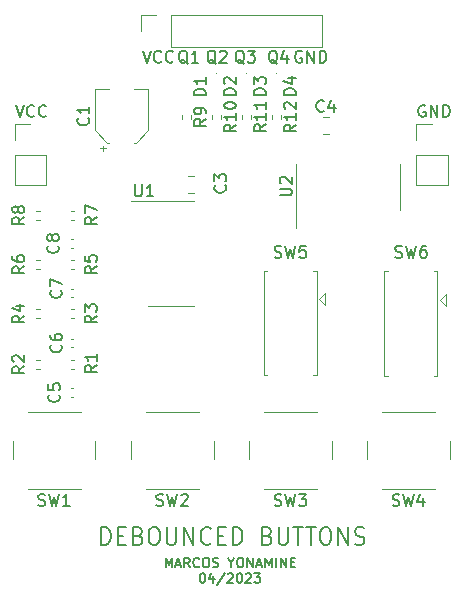
<source format=gbr>
%TF.GenerationSoftware,KiCad,Pcbnew,7.0.1-3b83917a11~172~ubuntu22.04.1*%
%TF.CreationDate,2023-04-07T18:55:38-03:00*%
%TF.ProjectId,button-debouncer,62757474-6f6e-42d6-9465-626f756e6365,rev?*%
%TF.SameCoordinates,Original*%
%TF.FileFunction,Legend,Top*%
%TF.FilePolarity,Positive*%
%FSLAX46Y46*%
G04 Gerber Fmt 4.6, Leading zero omitted, Abs format (unit mm)*
G04 Created by KiCad (PCBNEW 7.0.1-3b83917a11~172~ubuntu22.04.1) date 2023-04-07 18:55:38*
%MOMM*%
%LPD*%
G01*
G04 APERTURE LIST*
%ADD10C,0.150000*%
%ADD11C,0.200000*%
%ADD12C,0.120000*%
%ADD13C,0.100000*%
G04 APERTURE END LIST*
D10*
X136411904Y-58125238D02*
X136316666Y-58077619D01*
X136316666Y-58077619D02*
X136173809Y-58077619D01*
X136173809Y-58077619D02*
X136030952Y-58125238D01*
X136030952Y-58125238D02*
X135935714Y-58220476D01*
X135935714Y-58220476D02*
X135888095Y-58315714D01*
X135888095Y-58315714D02*
X135840476Y-58506190D01*
X135840476Y-58506190D02*
X135840476Y-58649047D01*
X135840476Y-58649047D02*
X135888095Y-58839523D01*
X135888095Y-58839523D02*
X135935714Y-58934761D01*
X135935714Y-58934761D02*
X136030952Y-59030000D01*
X136030952Y-59030000D02*
X136173809Y-59077619D01*
X136173809Y-59077619D02*
X136269047Y-59077619D01*
X136269047Y-59077619D02*
X136411904Y-59030000D01*
X136411904Y-59030000D02*
X136459523Y-58982380D01*
X136459523Y-58982380D02*
X136459523Y-58649047D01*
X136459523Y-58649047D02*
X136269047Y-58649047D01*
X136888095Y-59077619D02*
X136888095Y-58077619D01*
X136888095Y-58077619D02*
X137459523Y-59077619D01*
X137459523Y-59077619D02*
X137459523Y-58077619D01*
X137935714Y-59077619D02*
X137935714Y-58077619D01*
X137935714Y-58077619D02*
X138173809Y-58077619D01*
X138173809Y-58077619D02*
X138316666Y-58125238D01*
X138316666Y-58125238D02*
X138411904Y-58220476D01*
X138411904Y-58220476D02*
X138459523Y-58315714D01*
X138459523Y-58315714D02*
X138507142Y-58506190D01*
X138507142Y-58506190D02*
X138507142Y-58649047D01*
X138507142Y-58649047D02*
X138459523Y-58839523D01*
X138459523Y-58839523D02*
X138411904Y-58934761D01*
X138411904Y-58934761D02*
X138316666Y-59030000D01*
X138316666Y-59030000D02*
X138173809Y-59077619D01*
X138173809Y-59077619D02*
X137935714Y-59077619D01*
X101745238Y-58077619D02*
X102078571Y-59077619D01*
X102078571Y-59077619D02*
X102411904Y-58077619D01*
X103316666Y-58982380D02*
X103269047Y-59030000D01*
X103269047Y-59030000D02*
X103126190Y-59077619D01*
X103126190Y-59077619D02*
X103030952Y-59077619D01*
X103030952Y-59077619D02*
X102888095Y-59030000D01*
X102888095Y-59030000D02*
X102792857Y-58934761D01*
X102792857Y-58934761D02*
X102745238Y-58839523D01*
X102745238Y-58839523D02*
X102697619Y-58649047D01*
X102697619Y-58649047D02*
X102697619Y-58506190D01*
X102697619Y-58506190D02*
X102745238Y-58315714D01*
X102745238Y-58315714D02*
X102792857Y-58220476D01*
X102792857Y-58220476D02*
X102888095Y-58125238D01*
X102888095Y-58125238D02*
X103030952Y-58077619D01*
X103030952Y-58077619D02*
X103126190Y-58077619D01*
X103126190Y-58077619D02*
X103269047Y-58125238D01*
X103269047Y-58125238D02*
X103316666Y-58172857D01*
X104316666Y-58982380D02*
X104269047Y-59030000D01*
X104269047Y-59030000D02*
X104126190Y-59077619D01*
X104126190Y-59077619D02*
X104030952Y-59077619D01*
X104030952Y-59077619D02*
X103888095Y-59030000D01*
X103888095Y-59030000D02*
X103792857Y-58934761D01*
X103792857Y-58934761D02*
X103745238Y-58839523D01*
X103745238Y-58839523D02*
X103697619Y-58649047D01*
X103697619Y-58649047D02*
X103697619Y-58506190D01*
X103697619Y-58506190D02*
X103745238Y-58315714D01*
X103745238Y-58315714D02*
X103792857Y-58220476D01*
X103792857Y-58220476D02*
X103888095Y-58125238D01*
X103888095Y-58125238D02*
X104030952Y-58077619D01*
X104030952Y-58077619D02*
X104126190Y-58077619D01*
X104126190Y-58077619D02*
X104269047Y-58125238D01*
X104269047Y-58125238D02*
X104316666Y-58172857D01*
X114433334Y-97206095D02*
X114433334Y-96406095D01*
X114433334Y-96406095D02*
X114700000Y-96977523D01*
X114700000Y-96977523D02*
X114966667Y-96406095D01*
X114966667Y-96406095D02*
X114966667Y-97206095D01*
X115309524Y-96977523D02*
X115690477Y-96977523D01*
X115233334Y-97206095D02*
X115500001Y-96406095D01*
X115500001Y-96406095D02*
X115766667Y-97206095D01*
X116490477Y-97206095D02*
X116223810Y-96825142D01*
X116033334Y-97206095D02*
X116033334Y-96406095D01*
X116033334Y-96406095D02*
X116338096Y-96406095D01*
X116338096Y-96406095D02*
X116414286Y-96444190D01*
X116414286Y-96444190D02*
X116452381Y-96482285D01*
X116452381Y-96482285D02*
X116490477Y-96558476D01*
X116490477Y-96558476D02*
X116490477Y-96672761D01*
X116490477Y-96672761D02*
X116452381Y-96748952D01*
X116452381Y-96748952D02*
X116414286Y-96787047D01*
X116414286Y-96787047D02*
X116338096Y-96825142D01*
X116338096Y-96825142D02*
X116033334Y-96825142D01*
X117290477Y-97129904D02*
X117252381Y-97168000D01*
X117252381Y-97168000D02*
X117138096Y-97206095D01*
X117138096Y-97206095D02*
X117061905Y-97206095D01*
X117061905Y-97206095D02*
X116947619Y-97168000D01*
X116947619Y-97168000D02*
X116871429Y-97091809D01*
X116871429Y-97091809D02*
X116833334Y-97015619D01*
X116833334Y-97015619D02*
X116795238Y-96863238D01*
X116795238Y-96863238D02*
X116795238Y-96748952D01*
X116795238Y-96748952D02*
X116833334Y-96596571D01*
X116833334Y-96596571D02*
X116871429Y-96520380D01*
X116871429Y-96520380D02*
X116947619Y-96444190D01*
X116947619Y-96444190D02*
X117061905Y-96406095D01*
X117061905Y-96406095D02*
X117138096Y-96406095D01*
X117138096Y-96406095D02*
X117252381Y-96444190D01*
X117252381Y-96444190D02*
X117290477Y-96482285D01*
X117785715Y-96406095D02*
X117938096Y-96406095D01*
X117938096Y-96406095D02*
X118014286Y-96444190D01*
X118014286Y-96444190D02*
X118090477Y-96520380D01*
X118090477Y-96520380D02*
X118128572Y-96672761D01*
X118128572Y-96672761D02*
X118128572Y-96939428D01*
X118128572Y-96939428D02*
X118090477Y-97091809D01*
X118090477Y-97091809D02*
X118014286Y-97168000D01*
X118014286Y-97168000D02*
X117938096Y-97206095D01*
X117938096Y-97206095D02*
X117785715Y-97206095D01*
X117785715Y-97206095D02*
X117709524Y-97168000D01*
X117709524Y-97168000D02*
X117633334Y-97091809D01*
X117633334Y-97091809D02*
X117595238Y-96939428D01*
X117595238Y-96939428D02*
X117595238Y-96672761D01*
X117595238Y-96672761D02*
X117633334Y-96520380D01*
X117633334Y-96520380D02*
X117709524Y-96444190D01*
X117709524Y-96444190D02*
X117785715Y-96406095D01*
X118433333Y-97168000D02*
X118547619Y-97206095D01*
X118547619Y-97206095D02*
X118738095Y-97206095D01*
X118738095Y-97206095D02*
X118814286Y-97168000D01*
X118814286Y-97168000D02*
X118852381Y-97129904D01*
X118852381Y-97129904D02*
X118890476Y-97053714D01*
X118890476Y-97053714D02*
X118890476Y-96977523D01*
X118890476Y-96977523D02*
X118852381Y-96901333D01*
X118852381Y-96901333D02*
X118814286Y-96863238D01*
X118814286Y-96863238D02*
X118738095Y-96825142D01*
X118738095Y-96825142D02*
X118585714Y-96787047D01*
X118585714Y-96787047D02*
X118509524Y-96748952D01*
X118509524Y-96748952D02*
X118471429Y-96710857D01*
X118471429Y-96710857D02*
X118433333Y-96634666D01*
X118433333Y-96634666D02*
X118433333Y-96558476D01*
X118433333Y-96558476D02*
X118471429Y-96482285D01*
X118471429Y-96482285D02*
X118509524Y-96444190D01*
X118509524Y-96444190D02*
X118585714Y-96406095D01*
X118585714Y-96406095D02*
X118776191Y-96406095D01*
X118776191Y-96406095D02*
X118890476Y-96444190D01*
X119995239Y-96825142D02*
X119995239Y-97206095D01*
X119728572Y-96406095D02*
X119995239Y-96825142D01*
X119995239Y-96825142D02*
X120261905Y-96406095D01*
X120680953Y-96406095D02*
X120833334Y-96406095D01*
X120833334Y-96406095D02*
X120909524Y-96444190D01*
X120909524Y-96444190D02*
X120985715Y-96520380D01*
X120985715Y-96520380D02*
X121023810Y-96672761D01*
X121023810Y-96672761D02*
X121023810Y-96939428D01*
X121023810Y-96939428D02*
X120985715Y-97091809D01*
X120985715Y-97091809D02*
X120909524Y-97168000D01*
X120909524Y-97168000D02*
X120833334Y-97206095D01*
X120833334Y-97206095D02*
X120680953Y-97206095D01*
X120680953Y-97206095D02*
X120604762Y-97168000D01*
X120604762Y-97168000D02*
X120528572Y-97091809D01*
X120528572Y-97091809D02*
X120490476Y-96939428D01*
X120490476Y-96939428D02*
X120490476Y-96672761D01*
X120490476Y-96672761D02*
X120528572Y-96520380D01*
X120528572Y-96520380D02*
X120604762Y-96444190D01*
X120604762Y-96444190D02*
X120680953Y-96406095D01*
X121366667Y-97206095D02*
X121366667Y-96406095D01*
X121366667Y-96406095D02*
X121823810Y-97206095D01*
X121823810Y-97206095D02*
X121823810Y-96406095D01*
X122166666Y-96977523D02*
X122547619Y-96977523D01*
X122090476Y-97206095D02*
X122357143Y-96406095D01*
X122357143Y-96406095D02*
X122623809Y-97206095D01*
X122890476Y-97206095D02*
X122890476Y-96406095D01*
X122890476Y-96406095D02*
X123157142Y-96977523D01*
X123157142Y-96977523D02*
X123423809Y-96406095D01*
X123423809Y-96406095D02*
X123423809Y-97206095D01*
X123804762Y-97206095D02*
X123804762Y-96406095D01*
X124185714Y-97206095D02*
X124185714Y-96406095D01*
X124185714Y-96406095D02*
X124642857Y-97206095D01*
X124642857Y-97206095D02*
X124642857Y-96406095D01*
X125023809Y-96787047D02*
X125290475Y-96787047D01*
X125404761Y-97206095D02*
X125023809Y-97206095D01*
X125023809Y-97206095D02*
X125023809Y-96406095D01*
X125023809Y-96406095D02*
X125404761Y-96406095D01*
X117538095Y-97702095D02*
X117614285Y-97702095D01*
X117614285Y-97702095D02*
X117690476Y-97740190D01*
X117690476Y-97740190D02*
X117728571Y-97778285D01*
X117728571Y-97778285D02*
X117766666Y-97854476D01*
X117766666Y-97854476D02*
X117804761Y-98006857D01*
X117804761Y-98006857D02*
X117804761Y-98197333D01*
X117804761Y-98197333D02*
X117766666Y-98349714D01*
X117766666Y-98349714D02*
X117728571Y-98425904D01*
X117728571Y-98425904D02*
X117690476Y-98464000D01*
X117690476Y-98464000D02*
X117614285Y-98502095D01*
X117614285Y-98502095D02*
X117538095Y-98502095D01*
X117538095Y-98502095D02*
X117461904Y-98464000D01*
X117461904Y-98464000D02*
X117423809Y-98425904D01*
X117423809Y-98425904D02*
X117385714Y-98349714D01*
X117385714Y-98349714D02*
X117347618Y-98197333D01*
X117347618Y-98197333D02*
X117347618Y-98006857D01*
X117347618Y-98006857D02*
X117385714Y-97854476D01*
X117385714Y-97854476D02*
X117423809Y-97778285D01*
X117423809Y-97778285D02*
X117461904Y-97740190D01*
X117461904Y-97740190D02*
X117538095Y-97702095D01*
X118490476Y-97968761D02*
X118490476Y-98502095D01*
X118300000Y-97664000D02*
X118109523Y-98235428D01*
X118109523Y-98235428D02*
X118604762Y-98235428D01*
X119480952Y-97664000D02*
X118795238Y-98692571D01*
X119709523Y-97778285D02*
X119747619Y-97740190D01*
X119747619Y-97740190D02*
X119823809Y-97702095D01*
X119823809Y-97702095D02*
X120014285Y-97702095D01*
X120014285Y-97702095D02*
X120090476Y-97740190D01*
X120090476Y-97740190D02*
X120128571Y-97778285D01*
X120128571Y-97778285D02*
X120166666Y-97854476D01*
X120166666Y-97854476D02*
X120166666Y-97930666D01*
X120166666Y-97930666D02*
X120128571Y-98044952D01*
X120128571Y-98044952D02*
X119671428Y-98502095D01*
X119671428Y-98502095D02*
X120166666Y-98502095D01*
X120661905Y-97702095D02*
X120738095Y-97702095D01*
X120738095Y-97702095D02*
X120814286Y-97740190D01*
X120814286Y-97740190D02*
X120852381Y-97778285D01*
X120852381Y-97778285D02*
X120890476Y-97854476D01*
X120890476Y-97854476D02*
X120928571Y-98006857D01*
X120928571Y-98006857D02*
X120928571Y-98197333D01*
X120928571Y-98197333D02*
X120890476Y-98349714D01*
X120890476Y-98349714D02*
X120852381Y-98425904D01*
X120852381Y-98425904D02*
X120814286Y-98464000D01*
X120814286Y-98464000D02*
X120738095Y-98502095D01*
X120738095Y-98502095D02*
X120661905Y-98502095D01*
X120661905Y-98502095D02*
X120585714Y-98464000D01*
X120585714Y-98464000D02*
X120547619Y-98425904D01*
X120547619Y-98425904D02*
X120509524Y-98349714D01*
X120509524Y-98349714D02*
X120471428Y-98197333D01*
X120471428Y-98197333D02*
X120471428Y-98006857D01*
X120471428Y-98006857D02*
X120509524Y-97854476D01*
X120509524Y-97854476D02*
X120547619Y-97778285D01*
X120547619Y-97778285D02*
X120585714Y-97740190D01*
X120585714Y-97740190D02*
X120661905Y-97702095D01*
X121233333Y-97778285D02*
X121271429Y-97740190D01*
X121271429Y-97740190D02*
X121347619Y-97702095D01*
X121347619Y-97702095D02*
X121538095Y-97702095D01*
X121538095Y-97702095D02*
X121614286Y-97740190D01*
X121614286Y-97740190D02*
X121652381Y-97778285D01*
X121652381Y-97778285D02*
X121690476Y-97854476D01*
X121690476Y-97854476D02*
X121690476Y-97930666D01*
X121690476Y-97930666D02*
X121652381Y-98044952D01*
X121652381Y-98044952D02*
X121195238Y-98502095D01*
X121195238Y-98502095D02*
X121690476Y-98502095D01*
X121957143Y-97702095D02*
X122452381Y-97702095D01*
X122452381Y-97702095D02*
X122185715Y-98006857D01*
X122185715Y-98006857D02*
X122300000Y-98006857D01*
X122300000Y-98006857D02*
X122376191Y-98044952D01*
X122376191Y-98044952D02*
X122414286Y-98083047D01*
X122414286Y-98083047D02*
X122452381Y-98159238D01*
X122452381Y-98159238D02*
X122452381Y-98349714D01*
X122452381Y-98349714D02*
X122414286Y-98425904D01*
X122414286Y-98425904D02*
X122376191Y-98464000D01*
X122376191Y-98464000D02*
X122300000Y-98502095D01*
X122300000Y-98502095D02*
X122071429Y-98502095D01*
X122071429Y-98502095D02*
X121995238Y-98464000D01*
X121995238Y-98464000D02*
X121957143Y-98425904D01*
D11*
X108999998Y-95316428D02*
X108999998Y-93816428D01*
X108999998Y-93816428D02*
X109333331Y-93816428D01*
X109333331Y-93816428D02*
X109533331Y-93887857D01*
X109533331Y-93887857D02*
X109666665Y-94030714D01*
X109666665Y-94030714D02*
X109733331Y-94173571D01*
X109733331Y-94173571D02*
X109799998Y-94459285D01*
X109799998Y-94459285D02*
X109799998Y-94673571D01*
X109799998Y-94673571D02*
X109733331Y-94959285D01*
X109733331Y-94959285D02*
X109666665Y-95102142D01*
X109666665Y-95102142D02*
X109533331Y-95245000D01*
X109533331Y-95245000D02*
X109333331Y-95316428D01*
X109333331Y-95316428D02*
X108999998Y-95316428D01*
X110399998Y-94530714D02*
X110866665Y-94530714D01*
X111066665Y-95316428D02*
X110399998Y-95316428D01*
X110399998Y-95316428D02*
X110399998Y-93816428D01*
X110399998Y-93816428D02*
X111066665Y-93816428D01*
X112133332Y-94530714D02*
X112333332Y-94602142D01*
X112333332Y-94602142D02*
X112399998Y-94673571D01*
X112399998Y-94673571D02*
X112466665Y-94816428D01*
X112466665Y-94816428D02*
X112466665Y-95030714D01*
X112466665Y-95030714D02*
X112399998Y-95173571D01*
X112399998Y-95173571D02*
X112333332Y-95245000D01*
X112333332Y-95245000D02*
X112199998Y-95316428D01*
X112199998Y-95316428D02*
X111666665Y-95316428D01*
X111666665Y-95316428D02*
X111666665Y-93816428D01*
X111666665Y-93816428D02*
X112133332Y-93816428D01*
X112133332Y-93816428D02*
X112266665Y-93887857D01*
X112266665Y-93887857D02*
X112333332Y-93959285D01*
X112333332Y-93959285D02*
X112399998Y-94102142D01*
X112399998Y-94102142D02*
X112399998Y-94245000D01*
X112399998Y-94245000D02*
X112333332Y-94387857D01*
X112333332Y-94387857D02*
X112266665Y-94459285D01*
X112266665Y-94459285D02*
X112133332Y-94530714D01*
X112133332Y-94530714D02*
X111666665Y-94530714D01*
X113333332Y-93816428D02*
X113599998Y-93816428D01*
X113599998Y-93816428D02*
X113733332Y-93887857D01*
X113733332Y-93887857D02*
X113866665Y-94030714D01*
X113866665Y-94030714D02*
X113933332Y-94316428D01*
X113933332Y-94316428D02*
X113933332Y-94816428D01*
X113933332Y-94816428D02*
X113866665Y-95102142D01*
X113866665Y-95102142D02*
X113733332Y-95245000D01*
X113733332Y-95245000D02*
X113599998Y-95316428D01*
X113599998Y-95316428D02*
X113333332Y-95316428D01*
X113333332Y-95316428D02*
X113199998Y-95245000D01*
X113199998Y-95245000D02*
X113066665Y-95102142D01*
X113066665Y-95102142D02*
X112999998Y-94816428D01*
X112999998Y-94816428D02*
X112999998Y-94316428D01*
X112999998Y-94316428D02*
X113066665Y-94030714D01*
X113066665Y-94030714D02*
X113199998Y-93887857D01*
X113199998Y-93887857D02*
X113333332Y-93816428D01*
X114533332Y-93816428D02*
X114533332Y-95030714D01*
X114533332Y-95030714D02*
X114599999Y-95173571D01*
X114599999Y-95173571D02*
X114666665Y-95245000D01*
X114666665Y-95245000D02*
X114799999Y-95316428D01*
X114799999Y-95316428D02*
X115066665Y-95316428D01*
X115066665Y-95316428D02*
X115199999Y-95245000D01*
X115199999Y-95245000D02*
X115266665Y-95173571D01*
X115266665Y-95173571D02*
X115333332Y-95030714D01*
X115333332Y-95030714D02*
X115333332Y-93816428D01*
X115999999Y-95316428D02*
X115999999Y-93816428D01*
X115999999Y-93816428D02*
X116799999Y-95316428D01*
X116799999Y-95316428D02*
X116799999Y-93816428D01*
X118266666Y-95173571D02*
X118199999Y-95245000D01*
X118199999Y-95245000D02*
X117999999Y-95316428D01*
X117999999Y-95316428D02*
X117866666Y-95316428D01*
X117866666Y-95316428D02*
X117666666Y-95245000D01*
X117666666Y-95245000D02*
X117533333Y-95102142D01*
X117533333Y-95102142D02*
X117466666Y-94959285D01*
X117466666Y-94959285D02*
X117399999Y-94673571D01*
X117399999Y-94673571D02*
X117399999Y-94459285D01*
X117399999Y-94459285D02*
X117466666Y-94173571D01*
X117466666Y-94173571D02*
X117533333Y-94030714D01*
X117533333Y-94030714D02*
X117666666Y-93887857D01*
X117666666Y-93887857D02*
X117866666Y-93816428D01*
X117866666Y-93816428D02*
X117999999Y-93816428D01*
X117999999Y-93816428D02*
X118199999Y-93887857D01*
X118199999Y-93887857D02*
X118266666Y-93959285D01*
X118866666Y-94530714D02*
X119333333Y-94530714D01*
X119533333Y-95316428D02*
X118866666Y-95316428D01*
X118866666Y-95316428D02*
X118866666Y-93816428D01*
X118866666Y-93816428D02*
X119533333Y-93816428D01*
X120133333Y-95316428D02*
X120133333Y-93816428D01*
X120133333Y-93816428D02*
X120466666Y-93816428D01*
X120466666Y-93816428D02*
X120666666Y-93887857D01*
X120666666Y-93887857D02*
X120800000Y-94030714D01*
X120800000Y-94030714D02*
X120866666Y-94173571D01*
X120866666Y-94173571D02*
X120933333Y-94459285D01*
X120933333Y-94459285D02*
X120933333Y-94673571D01*
X120933333Y-94673571D02*
X120866666Y-94959285D01*
X120866666Y-94959285D02*
X120800000Y-95102142D01*
X120800000Y-95102142D02*
X120666666Y-95245000D01*
X120666666Y-95245000D02*
X120466666Y-95316428D01*
X120466666Y-95316428D02*
X120133333Y-95316428D01*
X123066667Y-94530714D02*
X123266667Y-94602142D01*
X123266667Y-94602142D02*
X123333333Y-94673571D01*
X123333333Y-94673571D02*
X123400000Y-94816428D01*
X123400000Y-94816428D02*
X123400000Y-95030714D01*
X123400000Y-95030714D02*
X123333333Y-95173571D01*
X123333333Y-95173571D02*
X123266667Y-95245000D01*
X123266667Y-95245000D02*
X123133333Y-95316428D01*
X123133333Y-95316428D02*
X122600000Y-95316428D01*
X122600000Y-95316428D02*
X122600000Y-93816428D01*
X122600000Y-93816428D02*
X123066667Y-93816428D01*
X123066667Y-93816428D02*
X123200000Y-93887857D01*
X123200000Y-93887857D02*
X123266667Y-93959285D01*
X123266667Y-93959285D02*
X123333333Y-94102142D01*
X123333333Y-94102142D02*
X123333333Y-94245000D01*
X123333333Y-94245000D02*
X123266667Y-94387857D01*
X123266667Y-94387857D02*
X123200000Y-94459285D01*
X123200000Y-94459285D02*
X123066667Y-94530714D01*
X123066667Y-94530714D02*
X122600000Y-94530714D01*
X124000000Y-93816428D02*
X124000000Y-95030714D01*
X124000000Y-95030714D02*
X124066667Y-95173571D01*
X124066667Y-95173571D02*
X124133333Y-95245000D01*
X124133333Y-95245000D02*
X124266667Y-95316428D01*
X124266667Y-95316428D02*
X124533333Y-95316428D01*
X124533333Y-95316428D02*
X124666667Y-95245000D01*
X124666667Y-95245000D02*
X124733333Y-95173571D01*
X124733333Y-95173571D02*
X124800000Y-95030714D01*
X124800000Y-95030714D02*
X124800000Y-93816428D01*
X125266667Y-93816428D02*
X126066667Y-93816428D01*
X125666667Y-95316428D02*
X125666667Y-93816428D01*
X126333334Y-93816428D02*
X127133334Y-93816428D01*
X126733334Y-95316428D02*
X126733334Y-93816428D01*
X127866668Y-93816428D02*
X128133334Y-93816428D01*
X128133334Y-93816428D02*
X128266668Y-93887857D01*
X128266668Y-93887857D02*
X128400001Y-94030714D01*
X128400001Y-94030714D02*
X128466668Y-94316428D01*
X128466668Y-94316428D02*
X128466668Y-94816428D01*
X128466668Y-94816428D02*
X128400001Y-95102142D01*
X128400001Y-95102142D02*
X128266668Y-95245000D01*
X128266668Y-95245000D02*
X128133334Y-95316428D01*
X128133334Y-95316428D02*
X127866668Y-95316428D01*
X127866668Y-95316428D02*
X127733334Y-95245000D01*
X127733334Y-95245000D02*
X127600001Y-95102142D01*
X127600001Y-95102142D02*
X127533334Y-94816428D01*
X127533334Y-94816428D02*
X127533334Y-94316428D01*
X127533334Y-94316428D02*
X127600001Y-94030714D01*
X127600001Y-94030714D02*
X127733334Y-93887857D01*
X127733334Y-93887857D02*
X127866668Y-93816428D01*
X129066668Y-95316428D02*
X129066668Y-93816428D01*
X129066668Y-93816428D02*
X129866668Y-95316428D01*
X129866668Y-95316428D02*
X129866668Y-93816428D01*
X130466668Y-95245000D02*
X130666668Y-95316428D01*
X130666668Y-95316428D02*
X131000002Y-95316428D01*
X131000002Y-95316428D02*
X131133335Y-95245000D01*
X131133335Y-95245000D02*
X131200002Y-95173571D01*
X131200002Y-95173571D02*
X131266668Y-95030714D01*
X131266668Y-95030714D02*
X131266668Y-94887857D01*
X131266668Y-94887857D02*
X131200002Y-94745000D01*
X131200002Y-94745000D02*
X131133335Y-94673571D01*
X131133335Y-94673571D02*
X131000002Y-94602142D01*
X131000002Y-94602142D02*
X130733335Y-94530714D01*
X130733335Y-94530714D02*
X130600002Y-94459285D01*
X130600002Y-94459285D02*
X130533335Y-94387857D01*
X130533335Y-94387857D02*
X130466668Y-94245000D01*
X130466668Y-94245000D02*
X130466668Y-94102142D01*
X130466668Y-94102142D02*
X130533335Y-93959285D01*
X130533335Y-93959285D02*
X130600002Y-93887857D01*
X130600002Y-93887857D02*
X130733335Y-93816428D01*
X130733335Y-93816428D02*
X131066668Y-93816428D01*
X131066668Y-93816428D02*
X131266668Y-93887857D01*
D10*
X112495238Y-53477619D02*
X112828571Y-54477619D01*
X112828571Y-54477619D02*
X113161904Y-53477619D01*
X114066666Y-54382380D02*
X114019047Y-54430000D01*
X114019047Y-54430000D02*
X113876190Y-54477619D01*
X113876190Y-54477619D02*
X113780952Y-54477619D01*
X113780952Y-54477619D02*
X113638095Y-54430000D01*
X113638095Y-54430000D02*
X113542857Y-54334761D01*
X113542857Y-54334761D02*
X113495238Y-54239523D01*
X113495238Y-54239523D02*
X113447619Y-54049047D01*
X113447619Y-54049047D02*
X113447619Y-53906190D01*
X113447619Y-53906190D02*
X113495238Y-53715714D01*
X113495238Y-53715714D02*
X113542857Y-53620476D01*
X113542857Y-53620476D02*
X113638095Y-53525238D01*
X113638095Y-53525238D02*
X113780952Y-53477619D01*
X113780952Y-53477619D02*
X113876190Y-53477619D01*
X113876190Y-53477619D02*
X114019047Y-53525238D01*
X114019047Y-53525238D02*
X114066666Y-53572857D01*
X115066666Y-54382380D02*
X115019047Y-54430000D01*
X115019047Y-54430000D02*
X114876190Y-54477619D01*
X114876190Y-54477619D02*
X114780952Y-54477619D01*
X114780952Y-54477619D02*
X114638095Y-54430000D01*
X114638095Y-54430000D02*
X114542857Y-54334761D01*
X114542857Y-54334761D02*
X114495238Y-54239523D01*
X114495238Y-54239523D02*
X114447619Y-54049047D01*
X114447619Y-54049047D02*
X114447619Y-53906190D01*
X114447619Y-53906190D02*
X114495238Y-53715714D01*
X114495238Y-53715714D02*
X114542857Y-53620476D01*
X114542857Y-53620476D02*
X114638095Y-53525238D01*
X114638095Y-53525238D02*
X114780952Y-53477619D01*
X114780952Y-53477619D02*
X114876190Y-53477619D01*
X114876190Y-53477619D02*
X115019047Y-53525238D01*
X115019047Y-53525238D02*
X115066666Y-53572857D01*
X125961904Y-53525238D02*
X125866666Y-53477619D01*
X125866666Y-53477619D02*
X125723809Y-53477619D01*
X125723809Y-53477619D02*
X125580952Y-53525238D01*
X125580952Y-53525238D02*
X125485714Y-53620476D01*
X125485714Y-53620476D02*
X125438095Y-53715714D01*
X125438095Y-53715714D02*
X125390476Y-53906190D01*
X125390476Y-53906190D02*
X125390476Y-54049047D01*
X125390476Y-54049047D02*
X125438095Y-54239523D01*
X125438095Y-54239523D02*
X125485714Y-54334761D01*
X125485714Y-54334761D02*
X125580952Y-54430000D01*
X125580952Y-54430000D02*
X125723809Y-54477619D01*
X125723809Y-54477619D02*
X125819047Y-54477619D01*
X125819047Y-54477619D02*
X125961904Y-54430000D01*
X125961904Y-54430000D02*
X126009523Y-54382380D01*
X126009523Y-54382380D02*
X126009523Y-54049047D01*
X126009523Y-54049047D02*
X125819047Y-54049047D01*
X126438095Y-54477619D02*
X126438095Y-53477619D01*
X126438095Y-53477619D02*
X127009523Y-54477619D01*
X127009523Y-54477619D02*
X127009523Y-53477619D01*
X127485714Y-54477619D02*
X127485714Y-53477619D01*
X127485714Y-53477619D02*
X127723809Y-53477619D01*
X127723809Y-53477619D02*
X127866666Y-53525238D01*
X127866666Y-53525238D02*
X127961904Y-53620476D01*
X127961904Y-53620476D02*
X128009523Y-53715714D01*
X128009523Y-53715714D02*
X128057142Y-53906190D01*
X128057142Y-53906190D02*
X128057142Y-54049047D01*
X128057142Y-54049047D02*
X128009523Y-54239523D01*
X128009523Y-54239523D02*
X127961904Y-54334761D01*
X127961904Y-54334761D02*
X127866666Y-54430000D01*
X127866666Y-54430000D02*
X127723809Y-54477619D01*
X127723809Y-54477619D02*
X127485714Y-54477619D01*
X123904761Y-54572857D02*
X123809523Y-54525238D01*
X123809523Y-54525238D02*
X123714285Y-54430000D01*
X123714285Y-54430000D02*
X123571428Y-54287142D01*
X123571428Y-54287142D02*
X123476190Y-54239523D01*
X123476190Y-54239523D02*
X123380952Y-54239523D01*
X123428571Y-54477619D02*
X123333333Y-54430000D01*
X123333333Y-54430000D02*
X123238095Y-54334761D01*
X123238095Y-54334761D02*
X123190476Y-54144285D01*
X123190476Y-54144285D02*
X123190476Y-53810952D01*
X123190476Y-53810952D02*
X123238095Y-53620476D01*
X123238095Y-53620476D02*
X123333333Y-53525238D01*
X123333333Y-53525238D02*
X123428571Y-53477619D01*
X123428571Y-53477619D02*
X123619047Y-53477619D01*
X123619047Y-53477619D02*
X123714285Y-53525238D01*
X123714285Y-53525238D02*
X123809523Y-53620476D01*
X123809523Y-53620476D02*
X123857142Y-53810952D01*
X123857142Y-53810952D02*
X123857142Y-54144285D01*
X123857142Y-54144285D02*
X123809523Y-54334761D01*
X123809523Y-54334761D02*
X123714285Y-54430000D01*
X123714285Y-54430000D02*
X123619047Y-54477619D01*
X123619047Y-54477619D02*
X123428571Y-54477619D01*
X124714285Y-53810952D02*
X124714285Y-54477619D01*
X124476190Y-53430000D02*
X124238095Y-54144285D01*
X124238095Y-54144285D02*
X124857142Y-54144285D01*
X121104761Y-54572857D02*
X121009523Y-54525238D01*
X121009523Y-54525238D02*
X120914285Y-54430000D01*
X120914285Y-54430000D02*
X120771428Y-54287142D01*
X120771428Y-54287142D02*
X120676190Y-54239523D01*
X120676190Y-54239523D02*
X120580952Y-54239523D01*
X120628571Y-54477619D02*
X120533333Y-54430000D01*
X120533333Y-54430000D02*
X120438095Y-54334761D01*
X120438095Y-54334761D02*
X120390476Y-54144285D01*
X120390476Y-54144285D02*
X120390476Y-53810952D01*
X120390476Y-53810952D02*
X120438095Y-53620476D01*
X120438095Y-53620476D02*
X120533333Y-53525238D01*
X120533333Y-53525238D02*
X120628571Y-53477619D01*
X120628571Y-53477619D02*
X120819047Y-53477619D01*
X120819047Y-53477619D02*
X120914285Y-53525238D01*
X120914285Y-53525238D02*
X121009523Y-53620476D01*
X121009523Y-53620476D02*
X121057142Y-53810952D01*
X121057142Y-53810952D02*
X121057142Y-54144285D01*
X121057142Y-54144285D02*
X121009523Y-54334761D01*
X121009523Y-54334761D02*
X120914285Y-54430000D01*
X120914285Y-54430000D02*
X120819047Y-54477619D01*
X120819047Y-54477619D02*
X120628571Y-54477619D01*
X121390476Y-53477619D02*
X122009523Y-53477619D01*
X122009523Y-53477619D02*
X121676190Y-53858571D01*
X121676190Y-53858571D02*
X121819047Y-53858571D01*
X121819047Y-53858571D02*
X121914285Y-53906190D01*
X121914285Y-53906190D02*
X121961904Y-53953809D01*
X121961904Y-53953809D02*
X122009523Y-54049047D01*
X122009523Y-54049047D02*
X122009523Y-54287142D01*
X122009523Y-54287142D02*
X121961904Y-54382380D01*
X121961904Y-54382380D02*
X121914285Y-54430000D01*
X121914285Y-54430000D02*
X121819047Y-54477619D01*
X121819047Y-54477619D02*
X121533333Y-54477619D01*
X121533333Y-54477619D02*
X121438095Y-54430000D01*
X121438095Y-54430000D02*
X121390476Y-54382380D01*
X118704761Y-54572857D02*
X118609523Y-54525238D01*
X118609523Y-54525238D02*
X118514285Y-54430000D01*
X118514285Y-54430000D02*
X118371428Y-54287142D01*
X118371428Y-54287142D02*
X118276190Y-54239523D01*
X118276190Y-54239523D02*
X118180952Y-54239523D01*
X118228571Y-54477619D02*
X118133333Y-54430000D01*
X118133333Y-54430000D02*
X118038095Y-54334761D01*
X118038095Y-54334761D02*
X117990476Y-54144285D01*
X117990476Y-54144285D02*
X117990476Y-53810952D01*
X117990476Y-53810952D02*
X118038095Y-53620476D01*
X118038095Y-53620476D02*
X118133333Y-53525238D01*
X118133333Y-53525238D02*
X118228571Y-53477619D01*
X118228571Y-53477619D02*
X118419047Y-53477619D01*
X118419047Y-53477619D02*
X118514285Y-53525238D01*
X118514285Y-53525238D02*
X118609523Y-53620476D01*
X118609523Y-53620476D02*
X118657142Y-53810952D01*
X118657142Y-53810952D02*
X118657142Y-54144285D01*
X118657142Y-54144285D02*
X118609523Y-54334761D01*
X118609523Y-54334761D02*
X118514285Y-54430000D01*
X118514285Y-54430000D02*
X118419047Y-54477619D01*
X118419047Y-54477619D02*
X118228571Y-54477619D01*
X119038095Y-53572857D02*
X119085714Y-53525238D01*
X119085714Y-53525238D02*
X119180952Y-53477619D01*
X119180952Y-53477619D02*
X119419047Y-53477619D01*
X119419047Y-53477619D02*
X119514285Y-53525238D01*
X119514285Y-53525238D02*
X119561904Y-53572857D01*
X119561904Y-53572857D02*
X119609523Y-53668095D01*
X119609523Y-53668095D02*
X119609523Y-53763333D01*
X119609523Y-53763333D02*
X119561904Y-53906190D01*
X119561904Y-53906190D02*
X118990476Y-54477619D01*
X118990476Y-54477619D02*
X119609523Y-54477619D01*
X116304761Y-54572857D02*
X116209523Y-54525238D01*
X116209523Y-54525238D02*
X116114285Y-54430000D01*
X116114285Y-54430000D02*
X115971428Y-54287142D01*
X115971428Y-54287142D02*
X115876190Y-54239523D01*
X115876190Y-54239523D02*
X115780952Y-54239523D01*
X115828571Y-54477619D02*
X115733333Y-54430000D01*
X115733333Y-54430000D02*
X115638095Y-54334761D01*
X115638095Y-54334761D02*
X115590476Y-54144285D01*
X115590476Y-54144285D02*
X115590476Y-53810952D01*
X115590476Y-53810952D02*
X115638095Y-53620476D01*
X115638095Y-53620476D02*
X115733333Y-53525238D01*
X115733333Y-53525238D02*
X115828571Y-53477619D01*
X115828571Y-53477619D02*
X116019047Y-53477619D01*
X116019047Y-53477619D02*
X116114285Y-53525238D01*
X116114285Y-53525238D02*
X116209523Y-53620476D01*
X116209523Y-53620476D02*
X116257142Y-53810952D01*
X116257142Y-53810952D02*
X116257142Y-54144285D01*
X116257142Y-54144285D02*
X116209523Y-54334761D01*
X116209523Y-54334761D02*
X116114285Y-54430000D01*
X116114285Y-54430000D02*
X116019047Y-54477619D01*
X116019047Y-54477619D02*
X115828571Y-54477619D01*
X117209523Y-54477619D02*
X116638095Y-54477619D01*
X116923809Y-54477619D02*
X116923809Y-53477619D01*
X116923809Y-53477619D02*
X116828571Y-53620476D01*
X116828571Y-53620476D02*
X116733333Y-53715714D01*
X116733333Y-53715714D02*
X116638095Y-53763333D01*
%TO.C,U1*%
X111838095Y-64792619D02*
X111838095Y-65602142D01*
X111838095Y-65602142D02*
X111885714Y-65697380D01*
X111885714Y-65697380D02*
X111933333Y-65745000D01*
X111933333Y-65745000D02*
X112028571Y-65792619D01*
X112028571Y-65792619D02*
X112219047Y-65792619D01*
X112219047Y-65792619D02*
X112314285Y-65745000D01*
X112314285Y-65745000D02*
X112361904Y-65697380D01*
X112361904Y-65697380D02*
X112409523Y-65602142D01*
X112409523Y-65602142D02*
X112409523Y-64792619D01*
X113409523Y-65792619D02*
X112838095Y-65792619D01*
X113123809Y-65792619D02*
X113123809Y-64792619D01*
X113123809Y-64792619D02*
X113028571Y-64935476D01*
X113028571Y-64935476D02*
X112933333Y-65030714D01*
X112933333Y-65030714D02*
X112838095Y-65078333D01*
%TO.C,C4*%
X127833333Y-58567380D02*
X127785714Y-58615000D01*
X127785714Y-58615000D02*
X127642857Y-58662619D01*
X127642857Y-58662619D02*
X127547619Y-58662619D01*
X127547619Y-58662619D02*
X127404762Y-58615000D01*
X127404762Y-58615000D02*
X127309524Y-58519761D01*
X127309524Y-58519761D02*
X127261905Y-58424523D01*
X127261905Y-58424523D02*
X127214286Y-58234047D01*
X127214286Y-58234047D02*
X127214286Y-58091190D01*
X127214286Y-58091190D02*
X127261905Y-57900714D01*
X127261905Y-57900714D02*
X127309524Y-57805476D01*
X127309524Y-57805476D02*
X127404762Y-57710238D01*
X127404762Y-57710238D02*
X127547619Y-57662619D01*
X127547619Y-57662619D02*
X127642857Y-57662619D01*
X127642857Y-57662619D02*
X127785714Y-57710238D01*
X127785714Y-57710238D02*
X127833333Y-57757857D01*
X128690476Y-57995952D02*
X128690476Y-58662619D01*
X128452381Y-57615000D02*
X128214286Y-58329285D01*
X128214286Y-58329285D02*
X128833333Y-58329285D01*
%TO.C,C3*%
X119467380Y-64866666D02*
X119515000Y-64914285D01*
X119515000Y-64914285D02*
X119562619Y-65057142D01*
X119562619Y-65057142D02*
X119562619Y-65152380D01*
X119562619Y-65152380D02*
X119515000Y-65295237D01*
X119515000Y-65295237D02*
X119419761Y-65390475D01*
X119419761Y-65390475D02*
X119324523Y-65438094D01*
X119324523Y-65438094D02*
X119134047Y-65485713D01*
X119134047Y-65485713D02*
X118991190Y-65485713D01*
X118991190Y-65485713D02*
X118800714Y-65438094D01*
X118800714Y-65438094D02*
X118705476Y-65390475D01*
X118705476Y-65390475D02*
X118610238Y-65295237D01*
X118610238Y-65295237D02*
X118562619Y-65152380D01*
X118562619Y-65152380D02*
X118562619Y-65057142D01*
X118562619Y-65057142D02*
X118610238Y-64914285D01*
X118610238Y-64914285D02*
X118657857Y-64866666D01*
X118562619Y-64533332D02*
X118562619Y-63914285D01*
X118562619Y-63914285D02*
X118943571Y-64247618D01*
X118943571Y-64247618D02*
X118943571Y-64104761D01*
X118943571Y-64104761D02*
X118991190Y-64009523D01*
X118991190Y-64009523D02*
X119038809Y-63961904D01*
X119038809Y-63961904D02*
X119134047Y-63914285D01*
X119134047Y-63914285D02*
X119372142Y-63914285D01*
X119372142Y-63914285D02*
X119467380Y-63961904D01*
X119467380Y-63961904D02*
X119515000Y-64009523D01*
X119515000Y-64009523D02*
X119562619Y-64104761D01*
X119562619Y-64104761D02*
X119562619Y-64390475D01*
X119562619Y-64390475D02*
X119515000Y-64485713D01*
X119515000Y-64485713D02*
X119467380Y-64533332D01*
%TO.C,C1*%
X107867380Y-59166666D02*
X107915000Y-59214285D01*
X107915000Y-59214285D02*
X107962619Y-59357142D01*
X107962619Y-59357142D02*
X107962619Y-59452380D01*
X107962619Y-59452380D02*
X107915000Y-59595237D01*
X107915000Y-59595237D02*
X107819761Y-59690475D01*
X107819761Y-59690475D02*
X107724523Y-59738094D01*
X107724523Y-59738094D02*
X107534047Y-59785713D01*
X107534047Y-59785713D02*
X107391190Y-59785713D01*
X107391190Y-59785713D02*
X107200714Y-59738094D01*
X107200714Y-59738094D02*
X107105476Y-59690475D01*
X107105476Y-59690475D02*
X107010238Y-59595237D01*
X107010238Y-59595237D02*
X106962619Y-59452380D01*
X106962619Y-59452380D02*
X106962619Y-59357142D01*
X106962619Y-59357142D02*
X107010238Y-59214285D01*
X107010238Y-59214285D02*
X107057857Y-59166666D01*
X107962619Y-58214285D02*
X107962619Y-58785713D01*
X107962619Y-58499999D02*
X106962619Y-58499999D01*
X106962619Y-58499999D02*
X107105476Y-58595237D01*
X107105476Y-58595237D02*
X107200714Y-58690475D01*
X107200714Y-58690475D02*
X107248333Y-58785713D01*
%TO.C,C8*%
X105307380Y-69966666D02*
X105355000Y-70014285D01*
X105355000Y-70014285D02*
X105402619Y-70157142D01*
X105402619Y-70157142D02*
X105402619Y-70252380D01*
X105402619Y-70252380D02*
X105355000Y-70395237D01*
X105355000Y-70395237D02*
X105259761Y-70490475D01*
X105259761Y-70490475D02*
X105164523Y-70538094D01*
X105164523Y-70538094D02*
X104974047Y-70585713D01*
X104974047Y-70585713D02*
X104831190Y-70585713D01*
X104831190Y-70585713D02*
X104640714Y-70538094D01*
X104640714Y-70538094D02*
X104545476Y-70490475D01*
X104545476Y-70490475D02*
X104450238Y-70395237D01*
X104450238Y-70395237D02*
X104402619Y-70252380D01*
X104402619Y-70252380D02*
X104402619Y-70157142D01*
X104402619Y-70157142D02*
X104450238Y-70014285D01*
X104450238Y-70014285D02*
X104497857Y-69966666D01*
X104831190Y-69395237D02*
X104783571Y-69490475D01*
X104783571Y-69490475D02*
X104735952Y-69538094D01*
X104735952Y-69538094D02*
X104640714Y-69585713D01*
X104640714Y-69585713D02*
X104593095Y-69585713D01*
X104593095Y-69585713D02*
X104497857Y-69538094D01*
X104497857Y-69538094D02*
X104450238Y-69490475D01*
X104450238Y-69490475D02*
X104402619Y-69395237D01*
X104402619Y-69395237D02*
X104402619Y-69204761D01*
X104402619Y-69204761D02*
X104450238Y-69109523D01*
X104450238Y-69109523D02*
X104497857Y-69061904D01*
X104497857Y-69061904D02*
X104593095Y-69014285D01*
X104593095Y-69014285D02*
X104640714Y-69014285D01*
X104640714Y-69014285D02*
X104735952Y-69061904D01*
X104735952Y-69061904D02*
X104783571Y-69109523D01*
X104783571Y-69109523D02*
X104831190Y-69204761D01*
X104831190Y-69204761D02*
X104831190Y-69395237D01*
X104831190Y-69395237D02*
X104878809Y-69490475D01*
X104878809Y-69490475D02*
X104926428Y-69538094D01*
X104926428Y-69538094D02*
X105021666Y-69585713D01*
X105021666Y-69585713D02*
X105212142Y-69585713D01*
X105212142Y-69585713D02*
X105307380Y-69538094D01*
X105307380Y-69538094D02*
X105355000Y-69490475D01*
X105355000Y-69490475D02*
X105402619Y-69395237D01*
X105402619Y-69395237D02*
X105402619Y-69204761D01*
X105402619Y-69204761D02*
X105355000Y-69109523D01*
X105355000Y-69109523D02*
X105307380Y-69061904D01*
X105307380Y-69061904D02*
X105212142Y-69014285D01*
X105212142Y-69014285D02*
X105021666Y-69014285D01*
X105021666Y-69014285D02*
X104926428Y-69061904D01*
X104926428Y-69061904D02*
X104878809Y-69109523D01*
X104878809Y-69109523D02*
X104831190Y-69204761D01*
%TO.C,C7*%
X105557380Y-73766666D02*
X105605000Y-73814285D01*
X105605000Y-73814285D02*
X105652619Y-73957142D01*
X105652619Y-73957142D02*
X105652619Y-74052380D01*
X105652619Y-74052380D02*
X105605000Y-74195237D01*
X105605000Y-74195237D02*
X105509761Y-74290475D01*
X105509761Y-74290475D02*
X105414523Y-74338094D01*
X105414523Y-74338094D02*
X105224047Y-74385713D01*
X105224047Y-74385713D02*
X105081190Y-74385713D01*
X105081190Y-74385713D02*
X104890714Y-74338094D01*
X104890714Y-74338094D02*
X104795476Y-74290475D01*
X104795476Y-74290475D02*
X104700238Y-74195237D01*
X104700238Y-74195237D02*
X104652619Y-74052380D01*
X104652619Y-74052380D02*
X104652619Y-73957142D01*
X104652619Y-73957142D02*
X104700238Y-73814285D01*
X104700238Y-73814285D02*
X104747857Y-73766666D01*
X104652619Y-73433332D02*
X104652619Y-72766666D01*
X104652619Y-72766666D02*
X105652619Y-73195237D01*
%TO.C,C6*%
X105557380Y-78366666D02*
X105605000Y-78414285D01*
X105605000Y-78414285D02*
X105652619Y-78557142D01*
X105652619Y-78557142D02*
X105652619Y-78652380D01*
X105652619Y-78652380D02*
X105605000Y-78795237D01*
X105605000Y-78795237D02*
X105509761Y-78890475D01*
X105509761Y-78890475D02*
X105414523Y-78938094D01*
X105414523Y-78938094D02*
X105224047Y-78985713D01*
X105224047Y-78985713D02*
X105081190Y-78985713D01*
X105081190Y-78985713D02*
X104890714Y-78938094D01*
X104890714Y-78938094D02*
X104795476Y-78890475D01*
X104795476Y-78890475D02*
X104700238Y-78795237D01*
X104700238Y-78795237D02*
X104652619Y-78652380D01*
X104652619Y-78652380D02*
X104652619Y-78557142D01*
X104652619Y-78557142D02*
X104700238Y-78414285D01*
X104700238Y-78414285D02*
X104747857Y-78366666D01*
X104652619Y-77509523D02*
X104652619Y-77699999D01*
X104652619Y-77699999D02*
X104700238Y-77795237D01*
X104700238Y-77795237D02*
X104747857Y-77842856D01*
X104747857Y-77842856D02*
X104890714Y-77938094D01*
X104890714Y-77938094D02*
X105081190Y-77985713D01*
X105081190Y-77985713D02*
X105462142Y-77985713D01*
X105462142Y-77985713D02*
X105557380Y-77938094D01*
X105557380Y-77938094D02*
X105605000Y-77890475D01*
X105605000Y-77890475D02*
X105652619Y-77795237D01*
X105652619Y-77795237D02*
X105652619Y-77604761D01*
X105652619Y-77604761D02*
X105605000Y-77509523D01*
X105605000Y-77509523D02*
X105557380Y-77461904D01*
X105557380Y-77461904D02*
X105462142Y-77414285D01*
X105462142Y-77414285D02*
X105224047Y-77414285D01*
X105224047Y-77414285D02*
X105128809Y-77461904D01*
X105128809Y-77461904D02*
X105081190Y-77509523D01*
X105081190Y-77509523D02*
X105033571Y-77604761D01*
X105033571Y-77604761D02*
X105033571Y-77795237D01*
X105033571Y-77795237D02*
X105081190Y-77890475D01*
X105081190Y-77890475D02*
X105128809Y-77938094D01*
X105128809Y-77938094D02*
X105224047Y-77985713D01*
%TO.C,C5*%
X105387380Y-82596666D02*
X105435000Y-82644285D01*
X105435000Y-82644285D02*
X105482619Y-82787142D01*
X105482619Y-82787142D02*
X105482619Y-82882380D01*
X105482619Y-82882380D02*
X105435000Y-83025237D01*
X105435000Y-83025237D02*
X105339761Y-83120475D01*
X105339761Y-83120475D02*
X105244523Y-83168094D01*
X105244523Y-83168094D02*
X105054047Y-83215713D01*
X105054047Y-83215713D02*
X104911190Y-83215713D01*
X104911190Y-83215713D02*
X104720714Y-83168094D01*
X104720714Y-83168094D02*
X104625476Y-83120475D01*
X104625476Y-83120475D02*
X104530238Y-83025237D01*
X104530238Y-83025237D02*
X104482619Y-82882380D01*
X104482619Y-82882380D02*
X104482619Y-82787142D01*
X104482619Y-82787142D02*
X104530238Y-82644285D01*
X104530238Y-82644285D02*
X104577857Y-82596666D01*
X104482619Y-81691904D02*
X104482619Y-82168094D01*
X104482619Y-82168094D02*
X104958809Y-82215713D01*
X104958809Y-82215713D02*
X104911190Y-82168094D01*
X104911190Y-82168094D02*
X104863571Y-82072856D01*
X104863571Y-82072856D02*
X104863571Y-81834761D01*
X104863571Y-81834761D02*
X104911190Y-81739523D01*
X104911190Y-81739523D02*
X104958809Y-81691904D01*
X104958809Y-81691904D02*
X105054047Y-81644285D01*
X105054047Y-81644285D02*
X105292142Y-81644285D01*
X105292142Y-81644285D02*
X105387380Y-81691904D01*
X105387380Y-81691904D02*
X105435000Y-81739523D01*
X105435000Y-81739523D02*
X105482619Y-81834761D01*
X105482619Y-81834761D02*
X105482619Y-82072856D01*
X105482619Y-82072856D02*
X105435000Y-82168094D01*
X105435000Y-82168094D02*
X105387380Y-82215713D01*
%TO.C,R12*%
X125467619Y-59727857D02*
X124991428Y-60061190D01*
X125467619Y-60299285D02*
X124467619Y-60299285D01*
X124467619Y-60299285D02*
X124467619Y-59918333D01*
X124467619Y-59918333D02*
X124515238Y-59823095D01*
X124515238Y-59823095D02*
X124562857Y-59775476D01*
X124562857Y-59775476D02*
X124658095Y-59727857D01*
X124658095Y-59727857D02*
X124800952Y-59727857D01*
X124800952Y-59727857D02*
X124896190Y-59775476D01*
X124896190Y-59775476D02*
X124943809Y-59823095D01*
X124943809Y-59823095D02*
X124991428Y-59918333D01*
X124991428Y-59918333D02*
X124991428Y-60299285D01*
X125467619Y-58775476D02*
X125467619Y-59346904D01*
X125467619Y-59061190D02*
X124467619Y-59061190D01*
X124467619Y-59061190D02*
X124610476Y-59156428D01*
X124610476Y-59156428D02*
X124705714Y-59251666D01*
X124705714Y-59251666D02*
X124753333Y-59346904D01*
X124562857Y-58394523D02*
X124515238Y-58346904D01*
X124515238Y-58346904D02*
X124467619Y-58251666D01*
X124467619Y-58251666D02*
X124467619Y-58013571D01*
X124467619Y-58013571D02*
X124515238Y-57918333D01*
X124515238Y-57918333D02*
X124562857Y-57870714D01*
X124562857Y-57870714D02*
X124658095Y-57823095D01*
X124658095Y-57823095D02*
X124753333Y-57823095D01*
X124753333Y-57823095D02*
X124896190Y-57870714D01*
X124896190Y-57870714D02*
X125467619Y-58442142D01*
X125467619Y-58442142D02*
X125467619Y-57823095D01*
%TO.C,R11*%
X122927619Y-59717857D02*
X122451428Y-60051190D01*
X122927619Y-60289285D02*
X121927619Y-60289285D01*
X121927619Y-60289285D02*
X121927619Y-59908333D01*
X121927619Y-59908333D02*
X121975238Y-59813095D01*
X121975238Y-59813095D02*
X122022857Y-59765476D01*
X122022857Y-59765476D02*
X122118095Y-59717857D01*
X122118095Y-59717857D02*
X122260952Y-59717857D01*
X122260952Y-59717857D02*
X122356190Y-59765476D01*
X122356190Y-59765476D02*
X122403809Y-59813095D01*
X122403809Y-59813095D02*
X122451428Y-59908333D01*
X122451428Y-59908333D02*
X122451428Y-60289285D01*
X122927619Y-58765476D02*
X122927619Y-59336904D01*
X122927619Y-59051190D02*
X121927619Y-59051190D01*
X121927619Y-59051190D02*
X122070476Y-59146428D01*
X122070476Y-59146428D02*
X122165714Y-59241666D01*
X122165714Y-59241666D02*
X122213333Y-59336904D01*
X122927619Y-57813095D02*
X122927619Y-58384523D01*
X122927619Y-58098809D02*
X121927619Y-58098809D01*
X121927619Y-58098809D02*
X122070476Y-58194047D01*
X122070476Y-58194047D02*
X122165714Y-58289285D01*
X122165714Y-58289285D02*
X122213333Y-58384523D01*
%TO.C,R10*%
X120387619Y-59727857D02*
X119911428Y-60061190D01*
X120387619Y-60299285D02*
X119387619Y-60299285D01*
X119387619Y-60299285D02*
X119387619Y-59918333D01*
X119387619Y-59918333D02*
X119435238Y-59823095D01*
X119435238Y-59823095D02*
X119482857Y-59775476D01*
X119482857Y-59775476D02*
X119578095Y-59727857D01*
X119578095Y-59727857D02*
X119720952Y-59727857D01*
X119720952Y-59727857D02*
X119816190Y-59775476D01*
X119816190Y-59775476D02*
X119863809Y-59823095D01*
X119863809Y-59823095D02*
X119911428Y-59918333D01*
X119911428Y-59918333D02*
X119911428Y-60299285D01*
X120387619Y-58775476D02*
X120387619Y-59346904D01*
X120387619Y-59061190D02*
X119387619Y-59061190D01*
X119387619Y-59061190D02*
X119530476Y-59156428D01*
X119530476Y-59156428D02*
X119625714Y-59251666D01*
X119625714Y-59251666D02*
X119673333Y-59346904D01*
X119387619Y-58156428D02*
X119387619Y-58061190D01*
X119387619Y-58061190D02*
X119435238Y-57965952D01*
X119435238Y-57965952D02*
X119482857Y-57918333D01*
X119482857Y-57918333D02*
X119578095Y-57870714D01*
X119578095Y-57870714D02*
X119768571Y-57823095D01*
X119768571Y-57823095D02*
X120006666Y-57823095D01*
X120006666Y-57823095D02*
X120197142Y-57870714D01*
X120197142Y-57870714D02*
X120292380Y-57918333D01*
X120292380Y-57918333D02*
X120340000Y-57965952D01*
X120340000Y-57965952D02*
X120387619Y-58061190D01*
X120387619Y-58061190D02*
X120387619Y-58156428D01*
X120387619Y-58156428D02*
X120340000Y-58251666D01*
X120340000Y-58251666D02*
X120292380Y-58299285D01*
X120292380Y-58299285D02*
X120197142Y-58346904D01*
X120197142Y-58346904D02*
X120006666Y-58394523D01*
X120006666Y-58394523D02*
X119768571Y-58394523D01*
X119768571Y-58394523D02*
X119578095Y-58346904D01*
X119578095Y-58346904D02*
X119482857Y-58299285D01*
X119482857Y-58299285D02*
X119435238Y-58251666D01*
X119435238Y-58251666D02*
X119387619Y-58156428D01*
%TO.C,R9*%
X117847619Y-59231666D02*
X117371428Y-59564999D01*
X117847619Y-59803094D02*
X116847619Y-59803094D01*
X116847619Y-59803094D02*
X116847619Y-59422142D01*
X116847619Y-59422142D02*
X116895238Y-59326904D01*
X116895238Y-59326904D02*
X116942857Y-59279285D01*
X116942857Y-59279285D02*
X117038095Y-59231666D01*
X117038095Y-59231666D02*
X117180952Y-59231666D01*
X117180952Y-59231666D02*
X117276190Y-59279285D01*
X117276190Y-59279285D02*
X117323809Y-59326904D01*
X117323809Y-59326904D02*
X117371428Y-59422142D01*
X117371428Y-59422142D02*
X117371428Y-59803094D01*
X117847619Y-58755475D02*
X117847619Y-58564999D01*
X117847619Y-58564999D02*
X117800000Y-58469761D01*
X117800000Y-58469761D02*
X117752380Y-58422142D01*
X117752380Y-58422142D02*
X117609523Y-58326904D01*
X117609523Y-58326904D02*
X117419047Y-58279285D01*
X117419047Y-58279285D02*
X117038095Y-58279285D01*
X117038095Y-58279285D02*
X116942857Y-58326904D01*
X116942857Y-58326904D02*
X116895238Y-58374523D01*
X116895238Y-58374523D02*
X116847619Y-58469761D01*
X116847619Y-58469761D02*
X116847619Y-58660237D01*
X116847619Y-58660237D02*
X116895238Y-58755475D01*
X116895238Y-58755475D02*
X116942857Y-58803094D01*
X116942857Y-58803094D02*
X117038095Y-58850713D01*
X117038095Y-58850713D02*
X117276190Y-58850713D01*
X117276190Y-58850713D02*
X117371428Y-58803094D01*
X117371428Y-58803094D02*
X117419047Y-58755475D01*
X117419047Y-58755475D02*
X117466666Y-58660237D01*
X117466666Y-58660237D02*
X117466666Y-58469761D01*
X117466666Y-58469761D02*
X117419047Y-58374523D01*
X117419047Y-58374523D02*
X117371428Y-58326904D01*
X117371428Y-58326904D02*
X117276190Y-58279285D01*
%TO.C,R8*%
X102472619Y-67566666D02*
X101996428Y-67899999D01*
X102472619Y-68138094D02*
X101472619Y-68138094D01*
X101472619Y-68138094D02*
X101472619Y-67757142D01*
X101472619Y-67757142D02*
X101520238Y-67661904D01*
X101520238Y-67661904D02*
X101567857Y-67614285D01*
X101567857Y-67614285D02*
X101663095Y-67566666D01*
X101663095Y-67566666D02*
X101805952Y-67566666D01*
X101805952Y-67566666D02*
X101901190Y-67614285D01*
X101901190Y-67614285D02*
X101948809Y-67661904D01*
X101948809Y-67661904D02*
X101996428Y-67757142D01*
X101996428Y-67757142D02*
X101996428Y-68138094D01*
X101901190Y-66995237D02*
X101853571Y-67090475D01*
X101853571Y-67090475D02*
X101805952Y-67138094D01*
X101805952Y-67138094D02*
X101710714Y-67185713D01*
X101710714Y-67185713D02*
X101663095Y-67185713D01*
X101663095Y-67185713D02*
X101567857Y-67138094D01*
X101567857Y-67138094D02*
X101520238Y-67090475D01*
X101520238Y-67090475D02*
X101472619Y-66995237D01*
X101472619Y-66995237D02*
X101472619Y-66804761D01*
X101472619Y-66804761D02*
X101520238Y-66709523D01*
X101520238Y-66709523D02*
X101567857Y-66661904D01*
X101567857Y-66661904D02*
X101663095Y-66614285D01*
X101663095Y-66614285D02*
X101710714Y-66614285D01*
X101710714Y-66614285D02*
X101805952Y-66661904D01*
X101805952Y-66661904D02*
X101853571Y-66709523D01*
X101853571Y-66709523D02*
X101901190Y-66804761D01*
X101901190Y-66804761D02*
X101901190Y-66995237D01*
X101901190Y-66995237D02*
X101948809Y-67090475D01*
X101948809Y-67090475D02*
X101996428Y-67138094D01*
X101996428Y-67138094D02*
X102091666Y-67185713D01*
X102091666Y-67185713D02*
X102282142Y-67185713D01*
X102282142Y-67185713D02*
X102377380Y-67138094D01*
X102377380Y-67138094D02*
X102425000Y-67090475D01*
X102425000Y-67090475D02*
X102472619Y-66995237D01*
X102472619Y-66995237D02*
X102472619Y-66804761D01*
X102472619Y-66804761D02*
X102425000Y-66709523D01*
X102425000Y-66709523D02*
X102377380Y-66661904D01*
X102377380Y-66661904D02*
X102282142Y-66614285D01*
X102282142Y-66614285D02*
X102091666Y-66614285D01*
X102091666Y-66614285D02*
X101996428Y-66661904D01*
X101996428Y-66661904D02*
X101948809Y-66709523D01*
X101948809Y-66709523D02*
X101901190Y-66804761D01*
%TO.C,R7*%
X108602619Y-67566666D02*
X108126428Y-67899999D01*
X108602619Y-68138094D02*
X107602619Y-68138094D01*
X107602619Y-68138094D02*
X107602619Y-67757142D01*
X107602619Y-67757142D02*
X107650238Y-67661904D01*
X107650238Y-67661904D02*
X107697857Y-67614285D01*
X107697857Y-67614285D02*
X107793095Y-67566666D01*
X107793095Y-67566666D02*
X107935952Y-67566666D01*
X107935952Y-67566666D02*
X108031190Y-67614285D01*
X108031190Y-67614285D02*
X108078809Y-67661904D01*
X108078809Y-67661904D02*
X108126428Y-67757142D01*
X108126428Y-67757142D02*
X108126428Y-68138094D01*
X107602619Y-67233332D02*
X107602619Y-66566666D01*
X107602619Y-66566666D02*
X108602619Y-66995237D01*
%TO.C,R6*%
X102472619Y-71733334D02*
X101996428Y-72066667D01*
X102472619Y-72304762D02*
X101472619Y-72304762D01*
X101472619Y-72304762D02*
X101472619Y-71923810D01*
X101472619Y-71923810D02*
X101520238Y-71828572D01*
X101520238Y-71828572D02*
X101567857Y-71780953D01*
X101567857Y-71780953D02*
X101663095Y-71733334D01*
X101663095Y-71733334D02*
X101805952Y-71733334D01*
X101805952Y-71733334D02*
X101901190Y-71780953D01*
X101901190Y-71780953D02*
X101948809Y-71828572D01*
X101948809Y-71828572D02*
X101996428Y-71923810D01*
X101996428Y-71923810D02*
X101996428Y-72304762D01*
X101472619Y-70876191D02*
X101472619Y-71066667D01*
X101472619Y-71066667D02*
X101520238Y-71161905D01*
X101520238Y-71161905D02*
X101567857Y-71209524D01*
X101567857Y-71209524D02*
X101710714Y-71304762D01*
X101710714Y-71304762D02*
X101901190Y-71352381D01*
X101901190Y-71352381D02*
X102282142Y-71352381D01*
X102282142Y-71352381D02*
X102377380Y-71304762D01*
X102377380Y-71304762D02*
X102425000Y-71257143D01*
X102425000Y-71257143D02*
X102472619Y-71161905D01*
X102472619Y-71161905D02*
X102472619Y-70971429D01*
X102472619Y-70971429D02*
X102425000Y-70876191D01*
X102425000Y-70876191D02*
X102377380Y-70828572D01*
X102377380Y-70828572D02*
X102282142Y-70780953D01*
X102282142Y-70780953D02*
X102044047Y-70780953D01*
X102044047Y-70780953D02*
X101948809Y-70828572D01*
X101948809Y-70828572D02*
X101901190Y-70876191D01*
X101901190Y-70876191D02*
X101853571Y-70971429D01*
X101853571Y-70971429D02*
X101853571Y-71161905D01*
X101853571Y-71161905D02*
X101901190Y-71257143D01*
X101901190Y-71257143D02*
X101948809Y-71304762D01*
X101948809Y-71304762D02*
X102044047Y-71352381D01*
%TO.C,R5*%
X108602619Y-71733334D02*
X108126428Y-72066667D01*
X108602619Y-72304762D02*
X107602619Y-72304762D01*
X107602619Y-72304762D02*
X107602619Y-71923810D01*
X107602619Y-71923810D02*
X107650238Y-71828572D01*
X107650238Y-71828572D02*
X107697857Y-71780953D01*
X107697857Y-71780953D02*
X107793095Y-71733334D01*
X107793095Y-71733334D02*
X107935952Y-71733334D01*
X107935952Y-71733334D02*
X108031190Y-71780953D01*
X108031190Y-71780953D02*
X108078809Y-71828572D01*
X108078809Y-71828572D02*
X108126428Y-71923810D01*
X108126428Y-71923810D02*
X108126428Y-72304762D01*
X107602619Y-70828572D02*
X107602619Y-71304762D01*
X107602619Y-71304762D02*
X108078809Y-71352381D01*
X108078809Y-71352381D02*
X108031190Y-71304762D01*
X108031190Y-71304762D02*
X107983571Y-71209524D01*
X107983571Y-71209524D02*
X107983571Y-70971429D01*
X107983571Y-70971429D02*
X108031190Y-70876191D01*
X108031190Y-70876191D02*
X108078809Y-70828572D01*
X108078809Y-70828572D02*
X108174047Y-70780953D01*
X108174047Y-70780953D02*
X108412142Y-70780953D01*
X108412142Y-70780953D02*
X108507380Y-70828572D01*
X108507380Y-70828572D02*
X108555000Y-70876191D01*
X108555000Y-70876191D02*
X108602619Y-70971429D01*
X108602619Y-70971429D02*
X108602619Y-71209524D01*
X108602619Y-71209524D02*
X108555000Y-71304762D01*
X108555000Y-71304762D02*
X108507380Y-71352381D01*
%TO.C,R4*%
X102472619Y-75900000D02*
X101996428Y-76233333D01*
X102472619Y-76471428D02*
X101472619Y-76471428D01*
X101472619Y-76471428D02*
X101472619Y-76090476D01*
X101472619Y-76090476D02*
X101520238Y-75995238D01*
X101520238Y-75995238D02*
X101567857Y-75947619D01*
X101567857Y-75947619D02*
X101663095Y-75900000D01*
X101663095Y-75900000D02*
X101805952Y-75900000D01*
X101805952Y-75900000D02*
X101901190Y-75947619D01*
X101901190Y-75947619D02*
X101948809Y-75995238D01*
X101948809Y-75995238D02*
X101996428Y-76090476D01*
X101996428Y-76090476D02*
X101996428Y-76471428D01*
X101805952Y-75042857D02*
X102472619Y-75042857D01*
X101425000Y-75280952D02*
X102139285Y-75519047D01*
X102139285Y-75519047D02*
X102139285Y-74900000D01*
%TO.C,R3*%
X108602619Y-75900000D02*
X108126428Y-76233333D01*
X108602619Y-76471428D02*
X107602619Y-76471428D01*
X107602619Y-76471428D02*
X107602619Y-76090476D01*
X107602619Y-76090476D02*
X107650238Y-75995238D01*
X107650238Y-75995238D02*
X107697857Y-75947619D01*
X107697857Y-75947619D02*
X107793095Y-75900000D01*
X107793095Y-75900000D02*
X107935952Y-75900000D01*
X107935952Y-75900000D02*
X108031190Y-75947619D01*
X108031190Y-75947619D02*
X108078809Y-75995238D01*
X108078809Y-75995238D02*
X108126428Y-76090476D01*
X108126428Y-76090476D02*
X108126428Y-76471428D01*
X107602619Y-75566666D02*
X107602619Y-74947619D01*
X107602619Y-74947619D02*
X107983571Y-75280952D01*
X107983571Y-75280952D02*
X107983571Y-75138095D01*
X107983571Y-75138095D02*
X108031190Y-75042857D01*
X108031190Y-75042857D02*
X108078809Y-74995238D01*
X108078809Y-74995238D02*
X108174047Y-74947619D01*
X108174047Y-74947619D02*
X108412142Y-74947619D01*
X108412142Y-74947619D02*
X108507380Y-74995238D01*
X108507380Y-74995238D02*
X108555000Y-75042857D01*
X108555000Y-75042857D02*
X108602619Y-75138095D01*
X108602619Y-75138095D02*
X108602619Y-75423809D01*
X108602619Y-75423809D02*
X108555000Y-75519047D01*
X108555000Y-75519047D02*
X108507380Y-75566666D01*
%TO.C,R2*%
X102472619Y-80196666D02*
X101996428Y-80529999D01*
X102472619Y-80768094D02*
X101472619Y-80768094D01*
X101472619Y-80768094D02*
X101472619Y-80387142D01*
X101472619Y-80387142D02*
X101520238Y-80291904D01*
X101520238Y-80291904D02*
X101567857Y-80244285D01*
X101567857Y-80244285D02*
X101663095Y-80196666D01*
X101663095Y-80196666D02*
X101805952Y-80196666D01*
X101805952Y-80196666D02*
X101901190Y-80244285D01*
X101901190Y-80244285D02*
X101948809Y-80291904D01*
X101948809Y-80291904D02*
X101996428Y-80387142D01*
X101996428Y-80387142D02*
X101996428Y-80768094D01*
X101567857Y-79815713D02*
X101520238Y-79768094D01*
X101520238Y-79768094D02*
X101472619Y-79672856D01*
X101472619Y-79672856D02*
X101472619Y-79434761D01*
X101472619Y-79434761D02*
X101520238Y-79339523D01*
X101520238Y-79339523D02*
X101567857Y-79291904D01*
X101567857Y-79291904D02*
X101663095Y-79244285D01*
X101663095Y-79244285D02*
X101758333Y-79244285D01*
X101758333Y-79244285D02*
X101901190Y-79291904D01*
X101901190Y-79291904D02*
X102472619Y-79863332D01*
X102472619Y-79863332D02*
X102472619Y-79244285D01*
%TO.C,R1*%
X108612619Y-80096666D02*
X108136428Y-80429999D01*
X108612619Y-80668094D02*
X107612619Y-80668094D01*
X107612619Y-80668094D02*
X107612619Y-80287142D01*
X107612619Y-80287142D02*
X107660238Y-80191904D01*
X107660238Y-80191904D02*
X107707857Y-80144285D01*
X107707857Y-80144285D02*
X107803095Y-80096666D01*
X107803095Y-80096666D02*
X107945952Y-80096666D01*
X107945952Y-80096666D02*
X108041190Y-80144285D01*
X108041190Y-80144285D02*
X108088809Y-80191904D01*
X108088809Y-80191904D02*
X108136428Y-80287142D01*
X108136428Y-80287142D02*
X108136428Y-80668094D01*
X108612619Y-79144285D02*
X108612619Y-79715713D01*
X108612619Y-79429999D02*
X107612619Y-79429999D01*
X107612619Y-79429999D02*
X107755476Y-79525237D01*
X107755476Y-79525237D02*
X107850714Y-79620475D01*
X107850714Y-79620475D02*
X107898333Y-79715713D01*
%TO.C,D4*%
X125452619Y-57223094D02*
X124452619Y-57223094D01*
X124452619Y-57223094D02*
X124452619Y-56984999D01*
X124452619Y-56984999D02*
X124500238Y-56842142D01*
X124500238Y-56842142D02*
X124595476Y-56746904D01*
X124595476Y-56746904D02*
X124690714Y-56699285D01*
X124690714Y-56699285D02*
X124881190Y-56651666D01*
X124881190Y-56651666D02*
X125024047Y-56651666D01*
X125024047Y-56651666D02*
X125214523Y-56699285D01*
X125214523Y-56699285D02*
X125309761Y-56746904D01*
X125309761Y-56746904D02*
X125405000Y-56842142D01*
X125405000Y-56842142D02*
X125452619Y-56984999D01*
X125452619Y-56984999D02*
X125452619Y-57223094D01*
X124785952Y-55794523D02*
X125452619Y-55794523D01*
X124405000Y-56032618D02*
X125119285Y-56270713D01*
X125119285Y-56270713D02*
X125119285Y-55651666D01*
%TO.C,D3*%
X122912619Y-57223094D02*
X121912619Y-57223094D01*
X121912619Y-57223094D02*
X121912619Y-56984999D01*
X121912619Y-56984999D02*
X121960238Y-56842142D01*
X121960238Y-56842142D02*
X122055476Y-56746904D01*
X122055476Y-56746904D02*
X122150714Y-56699285D01*
X122150714Y-56699285D02*
X122341190Y-56651666D01*
X122341190Y-56651666D02*
X122484047Y-56651666D01*
X122484047Y-56651666D02*
X122674523Y-56699285D01*
X122674523Y-56699285D02*
X122769761Y-56746904D01*
X122769761Y-56746904D02*
X122865000Y-56842142D01*
X122865000Y-56842142D02*
X122912619Y-56984999D01*
X122912619Y-56984999D02*
X122912619Y-57223094D01*
X121912619Y-56318332D02*
X121912619Y-55699285D01*
X121912619Y-55699285D02*
X122293571Y-56032618D01*
X122293571Y-56032618D02*
X122293571Y-55889761D01*
X122293571Y-55889761D02*
X122341190Y-55794523D01*
X122341190Y-55794523D02*
X122388809Y-55746904D01*
X122388809Y-55746904D02*
X122484047Y-55699285D01*
X122484047Y-55699285D02*
X122722142Y-55699285D01*
X122722142Y-55699285D02*
X122817380Y-55746904D01*
X122817380Y-55746904D02*
X122865000Y-55794523D01*
X122865000Y-55794523D02*
X122912619Y-55889761D01*
X122912619Y-55889761D02*
X122912619Y-56175475D01*
X122912619Y-56175475D02*
X122865000Y-56270713D01*
X122865000Y-56270713D02*
X122817380Y-56318332D01*
%TO.C,D2*%
X120372619Y-57223094D02*
X119372619Y-57223094D01*
X119372619Y-57223094D02*
X119372619Y-56984999D01*
X119372619Y-56984999D02*
X119420238Y-56842142D01*
X119420238Y-56842142D02*
X119515476Y-56746904D01*
X119515476Y-56746904D02*
X119610714Y-56699285D01*
X119610714Y-56699285D02*
X119801190Y-56651666D01*
X119801190Y-56651666D02*
X119944047Y-56651666D01*
X119944047Y-56651666D02*
X120134523Y-56699285D01*
X120134523Y-56699285D02*
X120229761Y-56746904D01*
X120229761Y-56746904D02*
X120325000Y-56842142D01*
X120325000Y-56842142D02*
X120372619Y-56984999D01*
X120372619Y-56984999D02*
X120372619Y-57223094D01*
X119467857Y-56270713D02*
X119420238Y-56223094D01*
X119420238Y-56223094D02*
X119372619Y-56127856D01*
X119372619Y-56127856D02*
X119372619Y-55889761D01*
X119372619Y-55889761D02*
X119420238Y-55794523D01*
X119420238Y-55794523D02*
X119467857Y-55746904D01*
X119467857Y-55746904D02*
X119563095Y-55699285D01*
X119563095Y-55699285D02*
X119658333Y-55699285D01*
X119658333Y-55699285D02*
X119801190Y-55746904D01*
X119801190Y-55746904D02*
X120372619Y-56318332D01*
X120372619Y-56318332D02*
X120372619Y-55699285D01*
%TO.C,D1*%
X117832619Y-57253094D02*
X116832619Y-57253094D01*
X116832619Y-57253094D02*
X116832619Y-57014999D01*
X116832619Y-57014999D02*
X116880238Y-56872142D01*
X116880238Y-56872142D02*
X116975476Y-56776904D01*
X116975476Y-56776904D02*
X117070714Y-56729285D01*
X117070714Y-56729285D02*
X117261190Y-56681666D01*
X117261190Y-56681666D02*
X117404047Y-56681666D01*
X117404047Y-56681666D02*
X117594523Y-56729285D01*
X117594523Y-56729285D02*
X117689761Y-56776904D01*
X117689761Y-56776904D02*
X117785000Y-56872142D01*
X117785000Y-56872142D02*
X117832619Y-57014999D01*
X117832619Y-57014999D02*
X117832619Y-57253094D01*
X117832619Y-55729285D02*
X117832619Y-56300713D01*
X117832619Y-56014999D02*
X116832619Y-56014999D01*
X116832619Y-56014999D02*
X116975476Y-56110237D01*
X116975476Y-56110237D02*
X117070714Y-56205475D01*
X117070714Y-56205475D02*
X117118333Y-56300713D01*
%TO.C,U2*%
X124112619Y-65711904D02*
X124922142Y-65711904D01*
X124922142Y-65711904D02*
X125017380Y-65664285D01*
X125017380Y-65664285D02*
X125065000Y-65616666D01*
X125065000Y-65616666D02*
X125112619Y-65521428D01*
X125112619Y-65521428D02*
X125112619Y-65330952D01*
X125112619Y-65330952D02*
X125065000Y-65235714D01*
X125065000Y-65235714D02*
X125017380Y-65188095D01*
X125017380Y-65188095D02*
X124922142Y-65140476D01*
X124922142Y-65140476D02*
X124112619Y-65140476D01*
X124207857Y-64711904D02*
X124160238Y-64664285D01*
X124160238Y-64664285D02*
X124112619Y-64569047D01*
X124112619Y-64569047D02*
X124112619Y-64330952D01*
X124112619Y-64330952D02*
X124160238Y-64235714D01*
X124160238Y-64235714D02*
X124207857Y-64188095D01*
X124207857Y-64188095D02*
X124303095Y-64140476D01*
X124303095Y-64140476D02*
X124398333Y-64140476D01*
X124398333Y-64140476D02*
X124541190Y-64188095D01*
X124541190Y-64188095D02*
X125112619Y-64759523D01*
X125112619Y-64759523D02*
X125112619Y-64140476D01*
%TO.C,SW6*%
X133888667Y-70949000D02*
X134031524Y-70996619D01*
X134031524Y-70996619D02*
X134269619Y-70996619D01*
X134269619Y-70996619D02*
X134364857Y-70949000D01*
X134364857Y-70949000D02*
X134412476Y-70901380D01*
X134412476Y-70901380D02*
X134460095Y-70806142D01*
X134460095Y-70806142D02*
X134460095Y-70710904D01*
X134460095Y-70710904D02*
X134412476Y-70615666D01*
X134412476Y-70615666D02*
X134364857Y-70568047D01*
X134364857Y-70568047D02*
X134269619Y-70520428D01*
X134269619Y-70520428D02*
X134079143Y-70472809D01*
X134079143Y-70472809D02*
X133983905Y-70425190D01*
X133983905Y-70425190D02*
X133936286Y-70377571D01*
X133936286Y-70377571D02*
X133888667Y-70282333D01*
X133888667Y-70282333D02*
X133888667Y-70187095D01*
X133888667Y-70187095D02*
X133936286Y-70091857D01*
X133936286Y-70091857D02*
X133983905Y-70044238D01*
X133983905Y-70044238D02*
X134079143Y-69996619D01*
X134079143Y-69996619D02*
X134317238Y-69996619D01*
X134317238Y-69996619D02*
X134460095Y-70044238D01*
X134793429Y-69996619D02*
X135031524Y-70996619D01*
X135031524Y-70996619D02*
X135222000Y-70282333D01*
X135222000Y-70282333D02*
X135412476Y-70996619D01*
X135412476Y-70996619D02*
X135650572Y-69996619D01*
X136460095Y-69996619D02*
X136269619Y-69996619D01*
X136269619Y-69996619D02*
X136174381Y-70044238D01*
X136174381Y-70044238D02*
X136126762Y-70091857D01*
X136126762Y-70091857D02*
X136031524Y-70234714D01*
X136031524Y-70234714D02*
X135983905Y-70425190D01*
X135983905Y-70425190D02*
X135983905Y-70806142D01*
X135983905Y-70806142D02*
X136031524Y-70901380D01*
X136031524Y-70901380D02*
X136079143Y-70949000D01*
X136079143Y-70949000D02*
X136174381Y-70996619D01*
X136174381Y-70996619D02*
X136364857Y-70996619D01*
X136364857Y-70996619D02*
X136460095Y-70949000D01*
X136460095Y-70949000D02*
X136507714Y-70901380D01*
X136507714Y-70901380D02*
X136555333Y-70806142D01*
X136555333Y-70806142D02*
X136555333Y-70568047D01*
X136555333Y-70568047D02*
X136507714Y-70472809D01*
X136507714Y-70472809D02*
X136460095Y-70425190D01*
X136460095Y-70425190D02*
X136364857Y-70377571D01*
X136364857Y-70377571D02*
X136174381Y-70377571D01*
X136174381Y-70377571D02*
X136079143Y-70425190D01*
X136079143Y-70425190D02*
X136031524Y-70472809D01*
X136031524Y-70472809D02*
X135983905Y-70568047D01*
%TO.C,SW5*%
X123666667Y-70949000D02*
X123809524Y-70996619D01*
X123809524Y-70996619D02*
X124047619Y-70996619D01*
X124047619Y-70996619D02*
X124142857Y-70949000D01*
X124142857Y-70949000D02*
X124190476Y-70901380D01*
X124190476Y-70901380D02*
X124238095Y-70806142D01*
X124238095Y-70806142D02*
X124238095Y-70710904D01*
X124238095Y-70710904D02*
X124190476Y-70615666D01*
X124190476Y-70615666D02*
X124142857Y-70568047D01*
X124142857Y-70568047D02*
X124047619Y-70520428D01*
X124047619Y-70520428D02*
X123857143Y-70472809D01*
X123857143Y-70472809D02*
X123761905Y-70425190D01*
X123761905Y-70425190D02*
X123714286Y-70377571D01*
X123714286Y-70377571D02*
X123666667Y-70282333D01*
X123666667Y-70282333D02*
X123666667Y-70187095D01*
X123666667Y-70187095D02*
X123714286Y-70091857D01*
X123714286Y-70091857D02*
X123761905Y-70044238D01*
X123761905Y-70044238D02*
X123857143Y-69996619D01*
X123857143Y-69996619D02*
X124095238Y-69996619D01*
X124095238Y-69996619D02*
X124238095Y-70044238D01*
X124571429Y-69996619D02*
X124809524Y-70996619D01*
X124809524Y-70996619D02*
X125000000Y-70282333D01*
X125000000Y-70282333D02*
X125190476Y-70996619D01*
X125190476Y-70996619D02*
X125428572Y-69996619D01*
X126285714Y-69996619D02*
X125809524Y-69996619D01*
X125809524Y-69996619D02*
X125761905Y-70472809D01*
X125761905Y-70472809D02*
X125809524Y-70425190D01*
X125809524Y-70425190D02*
X125904762Y-70377571D01*
X125904762Y-70377571D02*
X126142857Y-70377571D01*
X126142857Y-70377571D02*
X126238095Y-70425190D01*
X126238095Y-70425190D02*
X126285714Y-70472809D01*
X126285714Y-70472809D02*
X126333333Y-70568047D01*
X126333333Y-70568047D02*
X126333333Y-70806142D01*
X126333333Y-70806142D02*
X126285714Y-70901380D01*
X126285714Y-70901380D02*
X126238095Y-70949000D01*
X126238095Y-70949000D02*
X126142857Y-70996619D01*
X126142857Y-70996619D02*
X125904762Y-70996619D01*
X125904762Y-70996619D02*
X125809524Y-70949000D01*
X125809524Y-70949000D02*
X125761905Y-70901380D01*
%TO.C,SW4*%
X133666667Y-91965000D02*
X133809524Y-92012619D01*
X133809524Y-92012619D02*
X134047619Y-92012619D01*
X134047619Y-92012619D02*
X134142857Y-91965000D01*
X134142857Y-91965000D02*
X134190476Y-91917380D01*
X134190476Y-91917380D02*
X134238095Y-91822142D01*
X134238095Y-91822142D02*
X134238095Y-91726904D01*
X134238095Y-91726904D02*
X134190476Y-91631666D01*
X134190476Y-91631666D02*
X134142857Y-91584047D01*
X134142857Y-91584047D02*
X134047619Y-91536428D01*
X134047619Y-91536428D02*
X133857143Y-91488809D01*
X133857143Y-91488809D02*
X133761905Y-91441190D01*
X133761905Y-91441190D02*
X133714286Y-91393571D01*
X133714286Y-91393571D02*
X133666667Y-91298333D01*
X133666667Y-91298333D02*
X133666667Y-91203095D01*
X133666667Y-91203095D02*
X133714286Y-91107857D01*
X133714286Y-91107857D02*
X133761905Y-91060238D01*
X133761905Y-91060238D02*
X133857143Y-91012619D01*
X133857143Y-91012619D02*
X134095238Y-91012619D01*
X134095238Y-91012619D02*
X134238095Y-91060238D01*
X134571429Y-91012619D02*
X134809524Y-92012619D01*
X134809524Y-92012619D02*
X135000000Y-91298333D01*
X135000000Y-91298333D02*
X135190476Y-92012619D01*
X135190476Y-92012619D02*
X135428572Y-91012619D01*
X136238095Y-91345952D02*
X136238095Y-92012619D01*
X136000000Y-90965000D02*
X135761905Y-91679285D01*
X135761905Y-91679285D02*
X136380952Y-91679285D01*
%TO.C,SW3*%
X123666667Y-91965000D02*
X123809524Y-92012619D01*
X123809524Y-92012619D02*
X124047619Y-92012619D01*
X124047619Y-92012619D02*
X124142857Y-91965000D01*
X124142857Y-91965000D02*
X124190476Y-91917380D01*
X124190476Y-91917380D02*
X124238095Y-91822142D01*
X124238095Y-91822142D02*
X124238095Y-91726904D01*
X124238095Y-91726904D02*
X124190476Y-91631666D01*
X124190476Y-91631666D02*
X124142857Y-91584047D01*
X124142857Y-91584047D02*
X124047619Y-91536428D01*
X124047619Y-91536428D02*
X123857143Y-91488809D01*
X123857143Y-91488809D02*
X123761905Y-91441190D01*
X123761905Y-91441190D02*
X123714286Y-91393571D01*
X123714286Y-91393571D02*
X123666667Y-91298333D01*
X123666667Y-91298333D02*
X123666667Y-91203095D01*
X123666667Y-91203095D02*
X123714286Y-91107857D01*
X123714286Y-91107857D02*
X123761905Y-91060238D01*
X123761905Y-91060238D02*
X123857143Y-91012619D01*
X123857143Y-91012619D02*
X124095238Y-91012619D01*
X124095238Y-91012619D02*
X124238095Y-91060238D01*
X124571429Y-91012619D02*
X124809524Y-92012619D01*
X124809524Y-92012619D02*
X125000000Y-91298333D01*
X125000000Y-91298333D02*
X125190476Y-92012619D01*
X125190476Y-92012619D02*
X125428572Y-91012619D01*
X125714286Y-91012619D02*
X126333333Y-91012619D01*
X126333333Y-91012619D02*
X126000000Y-91393571D01*
X126000000Y-91393571D02*
X126142857Y-91393571D01*
X126142857Y-91393571D02*
X126238095Y-91441190D01*
X126238095Y-91441190D02*
X126285714Y-91488809D01*
X126285714Y-91488809D02*
X126333333Y-91584047D01*
X126333333Y-91584047D02*
X126333333Y-91822142D01*
X126333333Y-91822142D02*
X126285714Y-91917380D01*
X126285714Y-91917380D02*
X126238095Y-91965000D01*
X126238095Y-91965000D02*
X126142857Y-92012619D01*
X126142857Y-92012619D02*
X125857143Y-92012619D01*
X125857143Y-92012619D02*
X125761905Y-91965000D01*
X125761905Y-91965000D02*
X125714286Y-91917380D01*
%TO.C,SW2*%
X113666667Y-91965000D02*
X113809524Y-92012619D01*
X113809524Y-92012619D02*
X114047619Y-92012619D01*
X114047619Y-92012619D02*
X114142857Y-91965000D01*
X114142857Y-91965000D02*
X114190476Y-91917380D01*
X114190476Y-91917380D02*
X114238095Y-91822142D01*
X114238095Y-91822142D02*
X114238095Y-91726904D01*
X114238095Y-91726904D02*
X114190476Y-91631666D01*
X114190476Y-91631666D02*
X114142857Y-91584047D01*
X114142857Y-91584047D02*
X114047619Y-91536428D01*
X114047619Y-91536428D02*
X113857143Y-91488809D01*
X113857143Y-91488809D02*
X113761905Y-91441190D01*
X113761905Y-91441190D02*
X113714286Y-91393571D01*
X113714286Y-91393571D02*
X113666667Y-91298333D01*
X113666667Y-91298333D02*
X113666667Y-91203095D01*
X113666667Y-91203095D02*
X113714286Y-91107857D01*
X113714286Y-91107857D02*
X113761905Y-91060238D01*
X113761905Y-91060238D02*
X113857143Y-91012619D01*
X113857143Y-91012619D02*
X114095238Y-91012619D01*
X114095238Y-91012619D02*
X114238095Y-91060238D01*
X114571429Y-91012619D02*
X114809524Y-92012619D01*
X114809524Y-92012619D02*
X115000000Y-91298333D01*
X115000000Y-91298333D02*
X115190476Y-92012619D01*
X115190476Y-92012619D02*
X115428572Y-91012619D01*
X115761905Y-91107857D02*
X115809524Y-91060238D01*
X115809524Y-91060238D02*
X115904762Y-91012619D01*
X115904762Y-91012619D02*
X116142857Y-91012619D01*
X116142857Y-91012619D02*
X116238095Y-91060238D01*
X116238095Y-91060238D02*
X116285714Y-91107857D01*
X116285714Y-91107857D02*
X116333333Y-91203095D01*
X116333333Y-91203095D02*
X116333333Y-91298333D01*
X116333333Y-91298333D02*
X116285714Y-91441190D01*
X116285714Y-91441190D02*
X115714286Y-92012619D01*
X115714286Y-92012619D02*
X116333333Y-92012619D01*
%TO.C,SW1*%
X103666667Y-91965000D02*
X103809524Y-92012619D01*
X103809524Y-92012619D02*
X104047619Y-92012619D01*
X104047619Y-92012619D02*
X104142857Y-91965000D01*
X104142857Y-91965000D02*
X104190476Y-91917380D01*
X104190476Y-91917380D02*
X104238095Y-91822142D01*
X104238095Y-91822142D02*
X104238095Y-91726904D01*
X104238095Y-91726904D02*
X104190476Y-91631666D01*
X104190476Y-91631666D02*
X104142857Y-91584047D01*
X104142857Y-91584047D02*
X104047619Y-91536428D01*
X104047619Y-91536428D02*
X103857143Y-91488809D01*
X103857143Y-91488809D02*
X103761905Y-91441190D01*
X103761905Y-91441190D02*
X103714286Y-91393571D01*
X103714286Y-91393571D02*
X103666667Y-91298333D01*
X103666667Y-91298333D02*
X103666667Y-91203095D01*
X103666667Y-91203095D02*
X103714286Y-91107857D01*
X103714286Y-91107857D02*
X103761905Y-91060238D01*
X103761905Y-91060238D02*
X103857143Y-91012619D01*
X103857143Y-91012619D02*
X104095238Y-91012619D01*
X104095238Y-91012619D02*
X104238095Y-91060238D01*
X104571429Y-91012619D02*
X104809524Y-92012619D01*
X104809524Y-92012619D02*
X105000000Y-91298333D01*
X105000000Y-91298333D02*
X105190476Y-92012619D01*
X105190476Y-92012619D02*
X105428572Y-91012619D01*
X106333333Y-92012619D02*
X105761905Y-92012619D01*
X106047619Y-92012619D02*
X106047619Y-91012619D01*
X106047619Y-91012619D02*
X105952381Y-91155476D01*
X105952381Y-91155476D02*
X105857143Y-91250714D01*
X105857143Y-91250714D02*
X105761905Y-91298333D01*
D12*
%TO.C,U1*%
X114925000Y-75045000D02*
X112975000Y-75045000D01*
X114925000Y-66175000D02*
X111475000Y-66175000D01*
X114925000Y-75045000D02*
X116875000Y-75045000D01*
X114925000Y-66175000D02*
X116875000Y-66175000D01*
%TO.C,C4*%
X127738748Y-59065000D02*
X128261252Y-59065000D01*
X127738748Y-60535000D02*
X128261252Y-60535000D01*
%TO.C,C3*%
X116861252Y-65535000D02*
X116338748Y-65535000D01*
X116861252Y-64065000D02*
X116338748Y-64065000D01*
%TO.C,C1*%
X109140000Y-62000000D02*
X109140000Y-61500000D01*
X108440000Y-60195563D02*
X108440000Y-56740000D01*
X112960000Y-60195563D02*
X112960000Y-56740000D01*
X111895563Y-61260000D02*
X112960000Y-60195563D01*
X108890000Y-61750000D02*
X109390000Y-61750000D01*
X112960000Y-56740000D02*
X111760000Y-56740000D01*
X108440000Y-56740000D02*
X109640000Y-56740000D01*
X109504437Y-61260000D02*
X109640000Y-61260000D01*
X111895563Y-61260000D02*
X111760000Y-61260000D01*
X109504437Y-61260000D02*
X108440000Y-60195563D01*
%TO.C,C8*%
X106412164Y-69440000D02*
X106627836Y-69440000D01*
X106412164Y-70160000D02*
X106627836Y-70160000D01*
%TO.C,C7*%
X106412164Y-73640000D02*
X106627836Y-73640000D01*
X106412164Y-74360000D02*
X106627836Y-74360000D01*
%TO.C,C6*%
X106412164Y-78560000D02*
X106627836Y-78560000D01*
X106412164Y-77840000D02*
X106627836Y-77840000D01*
%TO.C,C5*%
X106412164Y-82790000D02*
X106627836Y-82790000D01*
X106412164Y-82070000D02*
X106627836Y-82070000D01*
%TO.C,R12*%
X123440000Y-59228641D02*
X123440000Y-58921359D01*
X124200000Y-59228641D02*
X124200000Y-58921359D01*
%TO.C,R11*%
X120900000Y-59228641D02*
X120900000Y-58921359D01*
X121660000Y-59228641D02*
X121660000Y-58921359D01*
%TO.C,R10*%
X118360000Y-59228641D02*
X118360000Y-58921359D01*
X119120000Y-59228641D02*
X119120000Y-58921359D01*
%TO.C,R9*%
X116580000Y-59228641D02*
X116580000Y-58921359D01*
X115820000Y-59228641D02*
X115820000Y-58921359D01*
%TO.C,R8*%
X103456359Y-67020000D02*
X103763641Y-67020000D01*
X103456359Y-67780000D02*
X103763641Y-67780000D01*
%TO.C,R7*%
X106703641Y-67780000D02*
X106396359Y-67780000D01*
X106703641Y-67020000D02*
X106396359Y-67020000D01*
%TO.C,R6*%
X103456359Y-71946668D02*
X103763641Y-71946668D01*
X103456359Y-71186668D02*
X103763641Y-71186668D01*
%TO.C,R5*%
X106703641Y-71186668D02*
X106396359Y-71186668D01*
X106703641Y-71946668D02*
X106396359Y-71946668D01*
%TO.C,R4*%
X103456359Y-75353334D02*
X103763641Y-75353334D01*
X103456359Y-76113334D02*
X103763641Y-76113334D01*
%TO.C,R3*%
X106703641Y-76113334D02*
X106396359Y-76113334D01*
X106703641Y-75353334D02*
X106396359Y-75353334D01*
%TO.C,R2*%
X103456359Y-79650000D02*
X103763641Y-79650000D01*
X103456359Y-80410000D02*
X103763641Y-80410000D01*
%TO.C,R1*%
X106703641Y-80410000D02*
X106396359Y-80410000D01*
X106703641Y-79650000D02*
X106396359Y-79650000D01*
D13*
%TO.C,D4*%
X123870000Y-55395000D02*
G75*
G03*
X123870000Y-55395000I-50000J0D01*
G01*
%TO.C,D3*%
X121330000Y-55395000D02*
G75*
G03*
X121330000Y-55395000I-50000J0D01*
G01*
%TO.C,D2*%
X118790000Y-55395000D02*
G75*
G03*
X118790000Y-55395000I-50000J0D01*
G01*
%TO.C,D1*%
X116250000Y-55425000D02*
G75*
G03*
X116250000Y-55425000I-50000J0D01*
G01*
D12*
%TO.C,U2*%
X134310000Y-65010000D02*
X134310000Y-66960000D01*
X125440000Y-65010000D02*
X125440000Y-68460000D01*
X134310000Y-65010000D02*
X134310000Y-63060000D01*
X125440000Y-65010000D02*
X125440000Y-63060000D01*
%TO.C,SW6*%
X137150000Y-72154000D02*
X137460000Y-72154000D01*
X137660000Y-74564000D02*
X138160000Y-75064000D01*
X138160000Y-75064000D02*
X138160000Y-74064000D01*
X132940000Y-72154000D02*
X133250000Y-72154000D01*
X138160000Y-74064000D02*
X137660000Y-74564000D01*
X132940000Y-80974000D02*
X133250000Y-80974000D01*
X137460000Y-80974000D02*
X137150000Y-80974000D01*
X132940000Y-80974000D02*
X132940000Y-72154000D01*
X137460000Y-72154000D02*
X137460000Y-80974000D01*
%TO.C,SW5*%
X126950000Y-72090000D02*
X127260000Y-72090000D01*
X127460000Y-74500000D02*
X127960000Y-75000000D01*
X127960000Y-75000000D02*
X127960000Y-74000000D01*
X122740000Y-72090000D02*
X123050000Y-72090000D01*
X127960000Y-74000000D02*
X127460000Y-74500000D01*
X122740000Y-80910000D02*
X123050000Y-80910000D01*
X127260000Y-80910000D02*
X126950000Y-80910000D01*
X122740000Y-80910000D02*
X122740000Y-72090000D01*
X127260000Y-72090000D02*
X127260000Y-80910000D01*
%TO.C,J3*%
X127690000Y-53130000D02*
X127690000Y-50470000D01*
X114930000Y-53130000D02*
X127690000Y-53130000D01*
X112330000Y-50470000D02*
X113660000Y-50470000D01*
X114930000Y-50470000D02*
X127690000Y-50470000D01*
X114930000Y-53130000D02*
X114930000Y-50470000D01*
X112330000Y-51800000D02*
X112330000Y-50470000D01*
%TO.C,SW4*%
X131500000Y-86550000D02*
X131500000Y-88050000D01*
X132750000Y-90550000D02*
X137250000Y-90550000D01*
X138500000Y-88050000D02*
X138500000Y-86550000D01*
X137250000Y-84050000D02*
X132750000Y-84050000D01*
%TO.C,SW3*%
X121500000Y-86550000D02*
X121500000Y-88050000D01*
X122750000Y-90550000D02*
X127250000Y-90550000D01*
X128500000Y-88050000D02*
X128500000Y-86550000D01*
X127250000Y-84050000D02*
X122750000Y-84050000D01*
%TO.C,SW2*%
X111500000Y-86550000D02*
X111500000Y-88050000D01*
X112750000Y-90550000D02*
X117250000Y-90550000D01*
X118500000Y-88050000D02*
X118500000Y-86550000D01*
X117250000Y-84050000D02*
X112750000Y-84050000D01*
%TO.C,SW1*%
X101500000Y-86550000D02*
X101500000Y-88050000D01*
X102750000Y-90550000D02*
X107250000Y-90550000D01*
X108500000Y-88050000D02*
X108500000Y-86550000D01*
X107250000Y-84050000D02*
X102750000Y-84050000D01*
%TO.C,J2*%
X138330000Y-62270000D02*
X138330000Y-64870000D01*
X135670000Y-59670000D02*
X137000000Y-59670000D01*
X135670000Y-62270000D02*
X138330000Y-62270000D01*
X135670000Y-62270000D02*
X135670000Y-64870000D01*
X135670000Y-64870000D02*
X138330000Y-64870000D01*
X135670000Y-61000000D02*
X135670000Y-59670000D01*
%TO.C,J1*%
X104330000Y-62270000D02*
X104330000Y-64870000D01*
X101670000Y-59670000D02*
X103000000Y-59670000D01*
X101670000Y-62270000D02*
X104330000Y-62270000D01*
X101670000Y-62270000D02*
X101670000Y-64870000D01*
X101670000Y-64870000D02*
X104330000Y-64870000D01*
X101670000Y-61000000D02*
X101670000Y-59670000D01*
%TD*%
M02*

</source>
